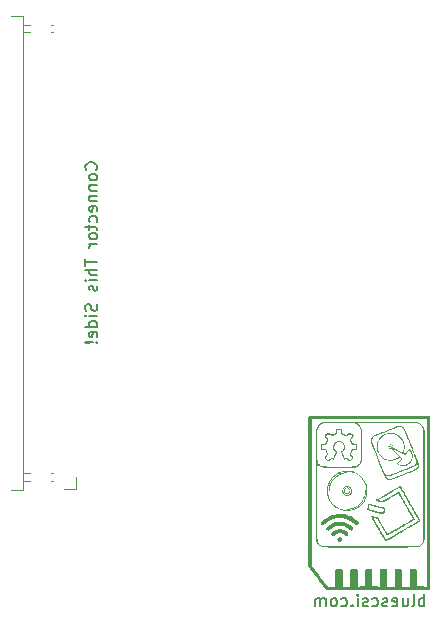
<source format=gbr>
%TF.GenerationSoftware,KiCad,Pcbnew,8.0.4-8.0.4-0~ubuntu22.04.1*%
%TF.CreationDate,2024-07-18T12:57:02-06:00*%
%TF.ProjectId,PowerBook,506f7765-7242-46f6-9f6b-2e6b69636164,rev?*%
%TF.SameCoordinates,Original*%
%TF.FileFunction,Legend,Bot*%
%TF.FilePolarity,Positive*%
%FSLAX46Y46*%
G04 Gerber Fmt 4.6, Leading zero omitted, Abs format (unit mm)*
G04 Created by KiCad (PCBNEW 8.0.4-8.0.4-0~ubuntu22.04.1) date 2024-07-18 12:57:02*
%MOMM*%
%LPD*%
G01*
G04 APERTURE LIST*
%ADD10C,0.150000*%
%ADD11C,0.000000*%
%ADD12C,0.120000*%
G04 APERTURE END LIST*
D10*
X135619241Y-123719219D02*
X135619241Y-122719219D01*
X135619241Y-123100171D02*
X135524003Y-123052552D01*
X135524003Y-123052552D02*
X135333527Y-123052552D01*
X135333527Y-123052552D02*
X135238289Y-123100171D01*
X135238289Y-123100171D02*
X135190670Y-123147790D01*
X135190670Y-123147790D02*
X135143051Y-123243028D01*
X135143051Y-123243028D02*
X135143051Y-123528742D01*
X135143051Y-123528742D02*
X135190670Y-123623980D01*
X135190670Y-123623980D02*
X135238289Y-123671600D01*
X135238289Y-123671600D02*
X135333527Y-123719219D01*
X135333527Y-123719219D02*
X135524003Y-123719219D01*
X135524003Y-123719219D02*
X135619241Y-123671600D01*
X134571622Y-123719219D02*
X134666860Y-123671600D01*
X134666860Y-123671600D02*
X134714479Y-123576361D01*
X134714479Y-123576361D02*
X134714479Y-122719219D01*
X133762098Y-123052552D02*
X133762098Y-123719219D01*
X134190669Y-123052552D02*
X134190669Y-123576361D01*
X134190669Y-123576361D02*
X134143050Y-123671600D01*
X134143050Y-123671600D02*
X134047812Y-123719219D01*
X134047812Y-123719219D02*
X133904955Y-123719219D01*
X133904955Y-123719219D02*
X133809717Y-123671600D01*
X133809717Y-123671600D02*
X133762098Y-123623980D01*
X132904955Y-123671600D02*
X133000193Y-123719219D01*
X133000193Y-123719219D02*
X133190669Y-123719219D01*
X133190669Y-123719219D02*
X133285907Y-123671600D01*
X133285907Y-123671600D02*
X133333526Y-123576361D01*
X133333526Y-123576361D02*
X133333526Y-123195409D01*
X133333526Y-123195409D02*
X133285907Y-123100171D01*
X133285907Y-123100171D02*
X133190669Y-123052552D01*
X133190669Y-123052552D02*
X133000193Y-123052552D01*
X133000193Y-123052552D02*
X132904955Y-123100171D01*
X132904955Y-123100171D02*
X132857336Y-123195409D01*
X132857336Y-123195409D02*
X132857336Y-123290647D01*
X132857336Y-123290647D02*
X133333526Y-123385885D01*
X132476383Y-123671600D02*
X132381145Y-123719219D01*
X132381145Y-123719219D02*
X132190669Y-123719219D01*
X132190669Y-123719219D02*
X132095431Y-123671600D01*
X132095431Y-123671600D02*
X132047812Y-123576361D01*
X132047812Y-123576361D02*
X132047812Y-123528742D01*
X132047812Y-123528742D02*
X132095431Y-123433504D01*
X132095431Y-123433504D02*
X132190669Y-123385885D01*
X132190669Y-123385885D02*
X132333526Y-123385885D01*
X132333526Y-123385885D02*
X132428764Y-123338266D01*
X132428764Y-123338266D02*
X132476383Y-123243028D01*
X132476383Y-123243028D02*
X132476383Y-123195409D01*
X132476383Y-123195409D02*
X132428764Y-123100171D01*
X132428764Y-123100171D02*
X132333526Y-123052552D01*
X132333526Y-123052552D02*
X132190669Y-123052552D01*
X132190669Y-123052552D02*
X132095431Y-123100171D01*
X131190669Y-123671600D02*
X131285907Y-123719219D01*
X131285907Y-123719219D02*
X131476383Y-123719219D01*
X131476383Y-123719219D02*
X131571621Y-123671600D01*
X131571621Y-123671600D02*
X131619240Y-123623980D01*
X131619240Y-123623980D02*
X131666859Y-123528742D01*
X131666859Y-123528742D02*
X131666859Y-123243028D01*
X131666859Y-123243028D02*
X131619240Y-123147790D01*
X131619240Y-123147790D02*
X131571621Y-123100171D01*
X131571621Y-123100171D02*
X131476383Y-123052552D01*
X131476383Y-123052552D02*
X131285907Y-123052552D01*
X131285907Y-123052552D02*
X131190669Y-123100171D01*
X130809716Y-123671600D02*
X130714478Y-123719219D01*
X130714478Y-123719219D02*
X130524002Y-123719219D01*
X130524002Y-123719219D02*
X130428764Y-123671600D01*
X130428764Y-123671600D02*
X130381145Y-123576361D01*
X130381145Y-123576361D02*
X130381145Y-123528742D01*
X130381145Y-123528742D02*
X130428764Y-123433504D01*
X130428764Y-123433504D02*
X130524002Y-123385885D01*
X130524002Y-123385885D02*
X130666859Y-123385885D01*
X130666859Y-123385885D02*
X130762097Y-123338266D01*
X130762097Y-123338266D02*
X130809716Y-123243028D01*
X130809716Y-123243028D02*
X130809716Y-123195409D01*
X130809716Y-123195409D02*
X130762097Y-123100171D01*
X130762097Y-123100171D02*
X130666859Y-123052552D01*
X130666859Y-123052552D02*
X130524002Y-123052552D01*
X130524002Y-123052552D02*
X130428764Y-123100171D01*
X129952573Y-123719219D02*
X129952573Y-123052552D01*
X129952573Y-122719219D02*
X130000192Y-122766838D01*
X130000192Y-122766838D02*
X129952573Y-122814457D01*
X129952573Y-122814457D02*
X129904954Y-122766838D01*
X129904954Y-122766838D02*
X129952573Y-122719219D01*
X129952573Y-122719219D02*
X129952573Y-122814457D01*
X129476383Y-123623980D02*
X129428764Y-123671600D01*
X129428764Y-123671600D02*
X129476383Y-123719219D01*
X129476383Y-123719219D02*
X129524002Y-123671600D01*
X129524002Y-123671600D02*
X129476383Y-123623980D01*
X129476383Y-123623980D02*
X129476383Y-123719219D01*
X128571622Y-123671600D02*
X128666860Y-123719219D01*
X128666860Y-123719219D02*
X128857336Y-123719219D01*
X128857336Y-123719219D02*
X128952574Y-123671600D01*
X128952574Y-123671600D02*
X129000193Y-123623980D01*
X129000193Y-123623980D02*
X129047812Y-123528742D01*
X129047812Y-123528742D02*
X129047812Y-123243028D01*
X129047812Y-123243028D02*
X129000193Y-123147790D01*
X129000193Y-123147790D02*
X128952574Y-123100171D01*
X128952574Y-123100171D02*
X128857336Y-123052552D01*
X128857336Y-123052552D02*
X128666860Y-123052552D01*
X128666860Y-123052552D02*
X128571622Y-123100171D01*
X128000193Y-123719219D02*
X128095431Y-123671600D01*
X128095431Y-123671600D02*
X128143050Y-123623980D01*
X128143050Y-123623980D02*
X128190669Y-123528742D01*
X128190669Y-123528742D02*
X128190669Y-123243028D01*
X128190669Y-123243028D02*
X128143050Y-123147790D01*
X128143050Y-123147790D02*
X128095431Y-123100171D01*
X128095431Y-123100171D02*
X128000193Y-123052552D01*
X128000193Y-123052552D02*
X127857336Y-123052552D01*
X127857336Y-123052552D02*
X127762098Y-123100171D01*
X127762098Y-123100171D02*
X127714479Y-123147790D01*
X127714479Y-123147790D02*
X127666860Y-123243028D01*
X127666860Y-123243028D02*
X127666860Y-123528742D01*
X127666860Y-123528742D02*
X127714479Y-123623980D01*
X127714479Y-123623980D02*
X127762098Y-123671600D01*
X127762098Y-123671600D02*
X127857336Y-123719219D01*
X127857336Y-123719219D02*
X128000193Y-123719219D01*
X127238288Y-123719219D02*
X127238288Y-123052552D01*
X127238288Y-123147790D02*
X127190669Y-123100171D01*
X127190669Y-123100171D02*
X127095431Y-123052552D01*
X127095431Y-123052552D02*
X126952574Y-123052552D01*
X126952574Y-123052552D02*
X126857336Y-123100171D01*
X126857336Y-123100171D02*
X126809717Y-123195409D01*
X126809717Y-123195409D02*
X126809717Y-123719219D01*
X126809717Y-123195409D02*
X126762098Y-123100171D01*
X126762098Y-123100171D02*
X126666860Y-123052552D01*
X126666860Y-123052552D02*
X126524003Y-123052552D01*
X126524003Y-123052552D02*
X126428764Y-123100171D01*
X126428764Y-123100171D02*
X126381145Y-123195409D01*
X126381145Y-123195409D02*
X126381145Y-123719219D01*
X107801580Y-86752989D02*
X107849200Y-86705370D01*
X107849200Y-86705370D02*
X107896819Y-86562513D01*
X107896819Y-86562513D02*
X107896819Y-86467275D01*
X107896819Y-86467275D02*
X107849200Y-86324418D01*
X107849200Y-86324418D02*
X107753961Y-86229180D01*
X107753961Y-86229180D02*
X107658723Y-86181561D01*
X107658723Y-86181561D02*
X107468247Y-86133942D01*
X107468247Y-86133942D02*
X107325390Y-86133942D01*
X107325390Y-86133942D02*
X107134914Y-86181561D01*
X107134914Y-86181561D02*
X107039676Y-86229180D01*
X107039676Y-86229180D02*
X106944438Y-86324418D01*
X106944438Y-86324418D02*
X106896819Y-86467275D01*
X106896819Y-86467275D02*
X106896819Y-86562513D01*
X106896819Y-86562513D02*
X106944438Y-86705370D01*
X106944438Y-86705370D02*
X106992057Y-86752989D01*
X107896819Y-87324418D02*
X107849200Y-87229180D01*
X107849200Y-87229180D02*
X107801580Y-87181561D01*
X107801580Y-87181561D02*
X107706342Y-87133942D01*
X107706342Y-87133942D02*
X107420628Y-87133942D01*
X107420628Y-87133942D02*
X107325390Y-87181561D01*
X107325390Y-87181561D02*
X107277771Y-87229180D01*
X107277771Y-87229180D02*
X107230152Y-87324418D01*
X107230152Y-87324418D02*
X107230152Y-87467275D01*
X107230152Y-87467275D02*
X107277771Y-87562513D01*
X107277771Y-87562513D02*
X107325390Y-87610132D01*
X107325390Y-87610132D02*
X107420628Y-87657751D01*
X107420628Y-87657751D02*
X107706342Y-87657751D01*
X107706342Y-87657751D02*
X107801580Y-87610132D01*
X107801580Y-87610132D02*
X107849200Y-87562513D01*
X107849200Y-87562513D02*
X107896819Y-87467275D01*
X107896819Y-87467275D02*
X107896819Y-87324418D01*
X107230152Y-88086323D02*
X107896819Y-88086323D01*
X107325390Y-88086323D02*
X107277771Y-88133942D01*
X107277771Y-88133942D02*
X107230152Y-88229180D01*
X107230152Y-88229180D02*
X107230152Y-88372037D01*
X107230152Y-88372037D02*
X107277771Y-88467275D01*
X107277771Y-88467275D02*
X107373009Y-88514894D01*
X107373009Y-88514894D02*
X107896819Y-88514894D01*
X107230152Y-88991085D02*
X107896819Y-88991085D01*
X107325390Y-88991085D02*
X107277771Y-89038704D01*
X107277771Y-89038704D02*
X107230152Y-89133942D01*
X107230152Y-89133942D02*
X107230152Y-89276799D01*
X107230152Y-89276799D02*
X107277771Y-89372037D01*
X107277771Y-89372037D02*
X107373009Y-89419656D01*
X107373009Y-89419656D02*
X107896819Y-89419656D01*
X107849200Y-90276799D02*
X107896819Y-90181561D01*
X107896819Y-90181561D02*
X107896819Y-89991085D01*
X107896819Y-89991085D02*
X107849200Y-89895847D01*
X107849200Y-89895847D02*
X107753961Y-89848228D01*
X107753961Y-89848228D02*
X107373009Y-89848228D01*
X107373009Y-89848228D02*
X107277771Y-89895847D01*
X107277771Y-89895847D02*
X107230152Y-89991085D01*
X107230152Y-89991085D02*
X107230152Y-90181561D01*
X107230152Y-90181561D02*
X107277771Y-90276799D01*
X107277771Y-90276799D02*
X107373009Y-90324418D01*
X107373009Y-90324418D02*
X107468247Y-90324418D01*
X107468247Y-90324418D02*
X107563485Y-89848228D01*
X107849200Y-91181561D02*
X107896819Y-91086323D01*
X107896819Y-91086323D02*
X107896819Y-90895847D01*
X107896819Y-90895847D02*
X107849200Y-90800609D01*
X107849200Y-90800609D02*
X107801580Y-90752990D01*
X107801580Y-90752990D02*
X107706342Y-90705371D01*
X107706342Y-90705371D02*
X107420628Y-90705371D01*
X107420628Y-90705371D02*
X107325390Y-90752990D01*
X107325390Y-90752990D02*
X107277771Y-90800609D01*
X107277771Y-90800609D02*
X107230152Y-90895847D01*
X107230152Y-90895847D02*
X107230152Y-91086323D01*
X107230152Y-91086323D02*
X107277771Y-91181561D01*
X107230152Y-91467276D02*
X107230152Y-91848228D01*
X106896819Y-91610133D02*
X107753961Y-91610133D01*
X107753961Y-91610133D02*
X107849200Y-91657752D01*
X107849200Y-91657752D02*
X107896819Y-91752990D01*
X107896819Y-91752990D02*
X107896819Y-91848228D01*
X107896819Y-92324419D02*
X107849200Y-92229181D01*
X107849200Y-92229181D02*
X107801580Y-92181562D01*
X107801580Y-92181562D02*
X107706342Y-92133943D01*
X107706342Y-92133943D02*
X107420628Y-92133943D01*
X107420628Y-92133943D02*
X107325390Y-92181562D01*
X107325390Y-92181562D02*
X107277771Y-92229181D01*
X107277771Y-92229181D02*
X107230152Y-92324419D01*
X107230152Y-92324419D02*
X107230152Y-92467276D01*
X107230152Y-92467276D02*
X107277771Y-92562514D01*
X107277771Y-92562514D02*
X107325390Y-92610133D01*
X107325390Y-92610133D02*
X107420628Y-92657752D01*
X107420628Y-92657752D02*
X107706342Y-92657752D01*
X107706342Y-92657752D02*
X107801580Y-92610133D01*
X107801580Y-92610133D02*
X107849200Y-92562514D01*
X107849200Y-92562514D02*
X107896819Y-92467276D01*
X107896819Y-92467276D02*
X107896819Y-92324419D01*
X107896819Y-93086324D02*
X107230152Y-93086324D01*
X107420628Y-93086324D02*
X107325390Y-93133943D01*
X107325390Y-93133943D02*
X107277771Y-93181562D01*
X107277771Y-93181562D02*
X107230152Y-93276800D01*
X107230152Y-93276800D02*
X107230152Y-93372038D01*
X106896819Y-94324420D02*
X106896819Y-94895848D01*
X107896819Y-94610134D02*
X106896819Y-94610134D01*
X107896819Y-95229182D02*
X106896819Y-95229182D01*
X107896819Y-95657753D02*
X107373009Y-95657753D01*
X107373009Y-95657753D02*
X107277771Y-95610134D01*
X107277771Y-95610134D02*
X107230152Y-95514896D01*
X107230152Y-95514896D02*
X107230152Y-95372039D01*
X107230152Y-95372039D02*
X107277771Y-95276801D01*
X107277771Y-95276801D02*
X107325390Y-95229182D01*
X107896819Y-96133944D02*
X107230152Y-96133944D01*
X106896819Y-96133944D02*
X106944438Y-96086325D01*
X106944438Y-96086325D02*
X106992057Y-96133944D01*
X106992057Y-96133944D02*
X106944438Y-96181563D01*
X106944438Y-96181563D02*
X106896819Y-96133944D01*
X106896819Y-96133944D02*
X106992057Y-96133944D01*
X107849200Y-96562515D02*
X107896819Y-96657753D01*
X107896819Y-96657753D02*
X107896819Y-96848229D01*
X107896819Y-96848229D02*
X107849200Y-96943467D01*
X107849200Y-96943467D02*
X107753961Y-96991086D01*
X107753961Y-96991086D02*
X107706342Y-96991086D01*
X107706342Y-96991086D02*
X107611104Y-96943467D01*
X107611104Y-96943467D02*
X107563485Y-96848229D01*
X107563485Y-96848229D02*
X107563485Y-96705372D01*
X107563485Y-96705372D02*
X107515866Y-96610134D01*
X107515866Y-96610134D02*
X107420628Y-96562515D01*
X107420628Y-96562515D02*
X107373009Y-96562515D01*
X107373009Y-96562515D02*
X107277771Y-96610134D01*
X107277771Y-96610134D02*
X107230152Y-96705372D01*
X107230152Y-96705372D02*
X107230152Y-96848229D01*
X107230152Y-96848229D02*
X107277771Y-96943467D01*
X107849200Y-98133944D02*
X107896819Y-98276801D01*
X107896819Y-98276801D02*
X107896819Y-98514896D01*
X107896819Y-98514896D02*
X107849200Y-98610134D01*
X107849200Y-98610134D02*
X107801580Y-98657753D01*
X107801580Y-98657753D02*
X107706342Y-98705372D01*
X107706342Y-98705372D02*
X107611104Y-98705372D01*
X107611104Y-98705372D02*
X107515866Y-98657753D01*
X107515866Y-98657753D02*
X107468247Y-98610134D01*
X107468247Y-98610134D02*
X107420628Y-98514896D01*
X107420628Y-98514896D02*
X107373009Y-98324420D01*
X107373009Y-98324420D02*
X107325390Y-98229182D01*
X107325390Y-98229182D02*
X107277771Y-98181563D01*
X107277771Y-98181563D02*
X107182533Y-98133944D01*
X107182533Y-98133944D02*
X107087295Y-98133944D01*
X107087295Y-98133944D02*
X106992057Y-98181563D01*
X106992057Y-98181563D02*
X106944438Y-98229182D01*
X106944438Y-98229182D02*
X106896819Y-98324420D01*
X106896819Y-98324420D02*
X106896819Y-98562515D01*
X106896819Y-98562515D02*
X106944438Y-98705372D01*
X107896819Y-99133944D02*
X107230152Y-99133944D01*
X106896819Y-99133944D02*
X106944438Y-99086325D01*
X106944438Y-99086325D02*
X106992057Y-99133944D01*
X106992057Y-99133944D02*
X106944438Y-99181563D01*
X106944438Y-99181563D02*
X106896819Y-99133944D01*
X106896819Y-99133944D02*
X106992057Y-99133944D01*
X107896819Y-100038705D02*
X106896819Y-100038705D01*
X107849200Y-100038705D02*
X107896819Y-99943467D01*
X107896819Y-99943467D02*
X107896819Y-99752991D01*
X107896819Y-99752991D02*
X107849200Y-99657753D01*
X107849200Y-99657753D02*
X107801580Y-99610134D01*
X107801580Y-99610134D02*
X107706342Y-99562515D01*
X107706342Y-99562515D02*
X107420628Y-99562515D01*
X107420628Y-99562515D02*
X107325390Y-99610134D01*
X107325390Y-99610134D02*
X107277771Y-99657753D01*
X107277771Y-99657753D02*
X107230152Y-99752991D01*
X107230152Y-99752991D02*
X107230152Y-99943467D01*
X107230152Y-99943467D02*
X107277771Y-100038705D01*
X107849200Y-100895848D02*
X107896819Y-100800610D01*
X107896819Y-100800610D02*
X107896819Y-100610134D01*
X107896819Y-100610134D02*
X107849200Y-100514896D01*
X107849200Y-100514896D02*
X107753961Y-100467277D01*
X107753961Y-100467277D02*
X107373009Y-100467277D01*
X107373009Y-100467277D02*
X107277771Y-100514896D01*
X107277771Y-100514896D02*
X107230152Y-100610134D01*
X107230152Y-100610134D02*
X107230152Y-100800610D01*
X107230152Y-100800610D02*
X107277771Y-100895848D01*
X107277771Y-100895848D02*
X107373009Y-100943467D01*
X107373009Y-100943467D02*
X107468247Y-100943467D01*
X107468247Y-100943467D02*
X107563485Y-100467277D01*
X107801580Y-101372039D02*
X107849200Y-101419658D01*
X107849200Y-101419658D02*
X107896819Y-101372039D01*
X107896819Y-101372039D02*
X107849200Y-101324420D01*
X107849200Y-101324420D02*
X107801580Y-101372039D01*
X107801580Y-101372039D02*
X107896819Y-101372039D01*
X107515866Y-101372039D02*
X106944438Y-101324420D01*
X106944438Y-101324420D02*
X106896819Y-101372039D01*
X106896819Y-101372039D02*
X106944438Y-101419658D01*
X106944438Y-101419658D02*
X107515866Y-101372039D01*
X107515866Y-101372039D02*
X106896819Y-101372039D01*
D11*
%TO.C,G\u002A\u002A\u002A*%
G36*
X128506937Y-117872863D02*
G01*
X128555188Y-117890671D01*
X128595902Y-117919420D01*
X128627752Y-117957863D01*
X128649413Y-118004753D01*
X128659559Y-118058842D01*
X128658897Y-118096435D01*
X128646995Y-118146786D01*
X128623353Y-118191331D01*
X128589275Y-118228372D01*
X128546064Y-118256212D01*
X128495022Y-118273154D01*
X128479517Y-118275524D01*
X128430366Y-118274501D01*
X128381805Y-118261973D01*
X128337651Y-118239234D01*
X128301725Y-118207581D01*
X128281070Y-118179341D01*
X128259804Y-118133320D01*
X128250634Y-118085887D01*
X128252737Y-118038862D01*
X128265288Y-117994066D01*
X128287462Y-117953318D01*
X128318435Y-117918438D01*
X128357382Y-117891248D01*
X128403479Y-117873566D01*
X128455902Y-117867214D01*
X128506937Y-117872863D01*
G37*
G36*
X128514193Y-117178798D02*
G01*
X128622444Y-117192410D01*
X128729279Y-117218746D01*
X128832849Y-117257117D01*
X128931306Y-117306836D01*
X129022801Y-117367212D01*
X129105485Y-117437558D01*
X129107393Y-117439407D01*
X129135091Y-117467869D01*
X129153424Y-117491769D01*
X129164236Y-117514991D01*
X129169372Y-117541421D01*
X129170674Y-117574944D01*
X129170607Y-117581168D01*
X129164263Y-117629740D01*
X129147165Y-117669330D01*
X129118713Y-117700915D01*
X129078308Y-117725471D01*
X129072853Y-117727784D01*
X129035448Y-117736769D01*
X128993222Y-117737758D01*
X128952300Y-117730506D01*
X128949042Y-117729380D01*
X128928449Y-117718637D01*
X128902910Y-117701184D01*
X128876642Y-117679846D01*
X128858806Y-117664330D01*
X128809873Y-117625424D01*
X128762485Y-117594352D01*
X128712694Y-117569010D01*
X128656555Y-117547296D01*
X128590121Y-117527103D01*
X128570591Y-117522953D01*
X128531683Y-117518403D01*
X128485588Y-117516029D01*
X128436479Y-117515818D01*
X128388527Y-117517755D01*
X128345906Y-117521828D01*
X128312787Y-117528022D01*
X128271470Y-117540495D01*
X128181522Y-117577629D01*
X128098119Y-117626176D01*
X128023538Y-117684899D01*
X128002533Y-117702618D01*
X127965803Y-117725169D01*
X127927958Y-117736348D01*
X127885363Y-117737539D01*
X127873460Y-117736312D01*
X127827319Y-117723635D01*
X127789086Y-117699915D01*
X127760086Y-117666567D01*
X127741639Y-117625006D01*
X127735069Y-117576648D01*
X127737566Y-117541957D01*
X127749106Y-117503115D01*
X127771426Y-117467061D01*
X127806048Y-117430663D01*
X127868612Y-117378114D01*
X127965089Y-117312427D01*
X128067895Y-117259422D01*
X128176578Y-117219288D01*
X128290684Y-117192215D01*
X128409758Y-117178393D01*
X128514193Y-117178798D01*
G37*
G36*
X130650078Y-113912062D02*
G01*
X130650397Y-113912382D01*
X130656839Y-113920117D01*
X130660679Y-113929558D01*
X130662278Y-113943829D01*
X130662001Y-113966057D01*
X130660208Y-113999366D01*
X130655263Y-114064644D01*
X130638997Y-114193059D01*
X130613946Y-114314832D01*
X130579272Y-114433642D01*
X130534138Y-114553171D01*
X130519054Y-114588023D01*
X130453932Y-114717173D01*
X130377337Y-114840002D01*
X130290257Y-114955485D01*
X130193678Y-115062594D01*
X130088589Y-115160305D01*
X129975977Y-115247590D01*
X129856828Y-115323424D01*
X129732131Y-115386780D01*
X129650007Y-115421139D01*
X129568124Y-115450248D01*
X129484521Y-115474391D01*
X129396093Y-115494363D01*
X129299733Y-115510958D01*
X129192338Y-115524973D01*
X129190759Y-115525141D01*
X129171793Y-115526459D01*
X129144597Y-115527652D01*
X129114504Y-115528478D01*
X129105323Y-115528571D01*
X129070837Y-115526570D01*
X129048186Y-115520025D01*
X129035768Y-115508197D01*
X129031984Y-115490348D01*
X129032064Y-115487279D01*
X129035619Y-115473521D01*
X129045825Y-115463509D01*
X129064580Y-115456470D01*
X129093781Y-115451630D01*
X129135323Y-115448217D01*
X129222341Y-115441090D01*
X129347572Y-115423412D01*
X129466698Y-115396761D01*
X129583343Y-115360274D01*
X129701127Y-115313084D01*
X129810876Y-115258258D01*
X129926167Y-115186066D01*
X130034784Y-115102480D01*
X130135912Y-115008500D01*
X130228739Y-114905127D01*
X130312450Y-114793359D01*
X130386232Y-114674198D01*
X130449271Y-114548643D01*
X130500753Y-114417694D01*
X130539865Y-114282352D01*
X130550964Y-114233303D01*
X130560675Y-114182769D01*
X130568007Y-114132910D01*
X130573678Y-114078752D01*
X130578407Y-114015317D01*
X130579782Y-113994702D01*
X130582377Y-113962300D01*
X130585166Y-113940252D01*
X130588682Y-113925954D01*
X130593463Y-113916802D01*
X130600043Y-113910196D01*
X130616001Y-113900128D01*
X130632701Y-113899597D01*
X130650078Y-113912062D01*
G37*
G36*
X129074499Y-112368246D02*
G01*
X129084745Y-112371083D01*
X129093182Y-112375677D01*
X129096626Y-112378058D01*
X129107619Y-112391106D01*
X129109016Y-112410055D01*
X129108794Y-112412014D01*
X129102219Y-112430040D01*
X129086921Y-112441958D01*
X129061221Y-112448563D01*
X129023440Y-112450653D01*
X129012044Y-112450824D01*
X128962778Y-112453834D01*
X128905046Y-112460149D01*
X128842940Y-112469191D01*
X128780550Y-112480385D01*
X128721967Y-112493154D01*
X128695929Y-112499693D01*
X128559396Y-112542488D01*
X128429251Y-112597823D01*
X128305985Y-112665294D01*
X128190088Y-112744498D01*
X128082048Y-112835032D01*
X127982355Y-112936493D01*
X127891501Y-113048479D01*
X127809973Y-113170587D01*
X127738262Y-113302413D01*
X127721467Y-113337858D01*
X127664937Y-113477296D01*
X127622380Y-113619391D01*
X127593722Y-113764431D01*
X127578885Y-113912706D01*
X127577611Y-113933899D01*
X127574043Y-113973691D01*
X127569654Y-114000726D01*
X127564549Y-114014263D01*
X127558161Y-114019969D01*
X127539161Y-114025795D01*
X127518880Y-114021894D01*
X127503161Y-114008787D01*
X127500405Y-114004016D01*
X127497071Y-113994353D01*
X127495384Y-113980582D01*
X127495266Y-113960182D01*
X127496636Y-113930633D01*
X127499417Y-113889413D01*
X127502835Y-113846854D01*
X127513516Y-113752159D01*
X127528396Y-113664561D01*
X127548386Y-113579214D01*
X127574400Y-113491274D01*
X127593682Y-113434671D01*
X127652157Y-113291757D01*
X127722057Y-113157241D01*
X127803655Y-113030682D01*
X127897223Y-112911641D01*
X128003036Y-112799676D01*
X128041874Y-112763019D01*
X128123405Y-112693113D01*
X128206464Y-112632209D01*
X128295293Y-112577333D01*
X128394133Y-112525511D01*
X128417702Y-112514229D01*
X128522503Y-112469289D01*
X128627165Y-112433491D01*
X128734995Y-112405960D01*
X128849300Y-112385820D01*
X128973389Y-112372197D01*
X129007155Y-112369532D01*
X129038280Y-112367546D01*
X129059869Y-112367092D01*
X129074499Y-112368246D01*
G37*
G36*
X128583167Y-116565567D02*
G01*
X128731111Y-116584197D01*
X128874984Y-116616484D01*
X129014749Y-116662417D01*
X129150370Y-116721986D01*
X129281808Y-116795180D01*
X129332056Y-116827943D01*
X129383423Y-116864601D01*
X129433190Y-116903035D01*
X129479595Y-116941712D01*
X129520874Y-116979104D01*
X129555264Y-117013678D01*
X129581004Y-117043905D01*
X129596329Y-117068253D01*
X129606173Y-117095849D01*
X129611437Y-117141502D01*
X129603918Y-117185840D01*
X129584427Y-117226714D01*
X129553776Y-117261973D01*
X129512777Y-117289470D01*
X129487035Y-117298661D01*
X129448036Y-117303804D01*
X129408699Y-117301063D01*
X129375104Y-117290398D01*
X129365317Y-117284499D01*
X129343888Y-117268988D01*
X129318122Y-117248273D01*
X129291648Y-117225188D01*
X129189435Y-117140691D01*
X129079118Y-117066831D01*
X128963679Y-117006224D01*
X128843317Y-116958948D01*
X128718235Y-116925083D01*
X128588633Y-116904706D01*
X128454711Y-116897896D01*
X128380800Y-116899934D01*
X128249243Y-116914176D01*
X128121731Y-116942063D01*
X127998029Y-116983650D01*
X127877905Y-117038996D01*
X127867962Y-117044313D01*
X127830530Y-117065617D01*
X127791036Y-117089742D01*
X127752396Y-117114762D01*
X127717526Y-117138748D01*
X127689342Y-117159773D01*
X127670761Y-117175909D01*
X127661666Y-117184792D01*
X127639169Y-117205075D01*
X127612526Y-117227632D01*
X127584688Y-117250104D01*
X127558608Y-117270136D01*
X127537239Y-117285369D01*
X127523533Y-117293447D01*
X127508720Y-117298710D01*
X127464929Y-117304819D01*
X127420934Y-117298507D01*
X127379364Y-117280760D01*
X127342845Y-117252561D01*
X127314005Y-117214897D01*
X127311301Y-117209720D01*
X127301424Y-117177748D01*
X127297685Y-117139735D01*
X127300267Y-117101453D01*
X127309353Y-117068670D01*
X127313354Y-117060972D01*
X127331650Y-117035835D01*
X127359764Y-117005105D01*
X127396063Y-116970234D01*
X127438916Y-116932676D01*
X127486689Y-116893884D01*
X127537750Y-116855311D01*
X127590468Y-116818411D01*
X127616436Y-116801363D01*
X127742723Y-116728693D01*
X127875052Y-116668759D01*
X128012743Y-116621765D01*
X128155111Y-116587917D01*
X128301473Y-116567420D01*
X128451148Y-116560477D01*
X128583167Y-116565567D01*
G37*
G36*
X129352552Y-113972530D02*
G01*
X129339569Y-114029150D01*
X129314406Y-114083306D01*
X129276717Y-114133172D01*
X129244877Y-114162407D01*
X129191886Y-114195025D01*
X129131759Y-114215413D01*
X129126886Y-114216491D01*
X129097720Y-114222197D01*
X129075082Y-114224271D01*
X129052636Y-114222876D01*
X129024048Y-114218173D01*
X128995141Y-114211158D01*
X128938032Y-114187232D01*
X128886978Y-114152183D01*
X128844304Y-114107794D01*
X128812336Y-114055847D01*
X128805526Y-114040530D01*
X128799080Y-114021738D01*
X128795358Y-114001637D01*
X128793647Y-113975916D01*
X128793235Y-113940264D01*
X128871779Y-113940264D01*
X128872175Y-113964578D01*
X128874853Y-113988514D01*
X128881259Y-114008936D01*
X128892785Y-114031907D01*
X128922278Y-114073694D01*
X128959760Y-114107145D01*
X129002014Y-114128738D01*
X129014645Y-114132417D01*
X129057824Y-114138467D01*
X129103245Y-114137033D01*
X129143702Y-114128145D01*
X129155881Y-114122826D01*
X129181039Y-114108043D01*
X129204348Y-114090413D01*
X129214764Y-114080638D01*
X129246026Y-114040617D01*
X129265276Y-113996898D01*
X129273215Y-113951346D01*
X129270547Y-113905822D01*
X129257976Y-113862191D01*
X129236204Y-113822314D01*
X129205936Y-113788056D01*
X129167874Y-113761279D01*
X129122721Y-113743847D01*
X129071181Y-113737622D01*
X129060984Y-113737802D01*
X129011687Y-113745125D01*
X128968660Y-113764115D01*
X128928749Y-113796064D01*
X128914657Y-113811136D01*
X128890046Y-113848084D01*
X128876199Y-113889998D01*
X128871779Y-113940264D01*
X128793235Y-113940264D01*
X128793572Y-113905629D01*
X128795131Y-113880324D01*
X128798718Y-113860429D01*
X128805139Y-113841500D01*
X128815199Y-113819088D01*
X128820633Y-113808256D01*
X128855593Y-113756750D01*
X128900777Y-113713366D01*
X128953568Y-113680718D01*
X128972032Y-113672317D01*
X128991956Y-113665063D01*
X129011979Y-113660971D01*
X129036816Y-113659162D01*
X129071181Y-113658755D01*
X129100737Y-113659015D01*
X129126662Y-113660517D01*
X129147124Y-113664178D01*
X129166892Y-113670910D01*
X129190736Y-113681627D01*
X129194150Y-113683270D01*
X129246944Y-113716346D01*
X129289643Y-113757910D01*
X129321901Y-113806135D01*
X129343371Y-113859197D01*
X129353703Y-113915271D01*
X129352978Y-113951346D01*
X129352552Y-113972530D01*
G37*
G36*
X129490609Y-113981560D02*
G01*
X129477517Y-114049304D01*
X129453448Y-114114418D01*
X129418677Y-114175401D01*
X129373475Y-114230754D01*
X129318116Y-114278976D01*
X129252873Y-114318568D01*
X129230023Y-114328761D01*
X129195641Y-114341399D01*
X129164759Y-114350112D01*
X129105592Y-114358698D01*
X129030387Y-114357525D01*
X128957428Y-114343238D01*
X128888268Y-114316471D01*
X128824456Y-114277859D01*
X128767542Y-114228036D01*
X128719079Y-114167639D01*
X128705020Y-114144994D01*
X128673966Y-114077328D01*
X128655782Y-114005566D01*
X128652096Y-113952337D01*
X128733470Y-113952337D01*
X128742458Y-114018793D01*
X128763599Y-114083481D01*
X128764668Y-114085902D01*
X128790088Y-114128691D01*
X128825987Y-114170499D01*
X128868957Y-114208307D01*
X128915593Y-114239093D01*
X128962488Y-114259836D01*
X128980184Y-114265071D01*
X129049529Y-114277107D01*
X129116979Y-114275468D01*
X129181415Y-114260385D01*
X129241719Y-114232089D01*
X129296771Y-114190811D01*
X129306863Y-114181280D01*
X129352378Y-114128398D01*
X129384458Y-114071224D01*
X129403452Y-114008988D01*
X129409706Y-113940923D01*
X129404209Y-113874664D01*
X129386255Y-113811196D01*
X129355466Y-113753487D01*
X129311478Y-113700646D01*
X129262387Y-113658882D01*
X129203313Y-113625167D01*
X129139609Y-113604927D01*
X129071312Y-113598177D01*
X129041190Y-113600004D01*
X128991825Y-113608903D01*
X128943544Y-113623673D01*
X128902826Y-113642608D01*
X128874408Y-113662402D01*
X128839411Y-113693195D01*
X128806720Y-113727978D01*
X128781082Y-113762094D01*
X128778086Y-113766905D01*
X128751417Y-113823938D01*
X128736501Y-113886566D01*
X128733470Y-113952337D01*
X128652096Y-113952337D01*
X128650659Y-113931585D01*
X128658786Y-113857264D01*
X128680352Y-113784478D01*
X128688124Y-113766205D01*
X128725548Y-113700364D01*
X128773809Y-113642463D01*
X128831330Y-113593895D01*
X128896533Y-113556054D01*
X128967843Y-113530333D01*
X128980961Y-113527219D01*
X129011810Y-113522410D01*
X129047468Y-113520586D01*
X129092562Y-113521418D01*
X129143735Y-113525735D01*
X129207930Y-113539679D01*
X129266002Y-113563968D01*
X129320717Y-113599850D01*
X129374844Y-113648571D01*
X129381872Y-113655871D01*
X129427756Y-113714272D01*
X129461298Y-113777541D01*
X129482773Y-113844179D01*
X129492452Y-113912685D01*
X129491696Y-113940923D01*
X129490609Y-113981560D01*
G37*
G36*
X128557121Y-115905208D02*
G01*
X128624380Y-115907760D01*
X128683828Y-115911626D01*
X128732290Y-115916806D01*
X128871999Y-115940147D01*
X129046752Y-115981157D01*
X129214371Y-116034419D01*
X129375199Y-116100094D01*
X129529581Y-116178343D01*
X129677861Y-116269326D01*
X129820383Y-116373206D01*
X129957492Y-116490143D01*
X129984526Y-116515749D01*
X130009405Y-116540752D01*
X130029110Y-116562048D01*
X130040886Y-116576773D01*
X130048805Y-116590170D01*
X130064888Y-116634288D01*
X130068974Y-116680918D01*
X130061056Y-116726663D01*
X130041131Y-116768130D01*
X130031491Y-116781611D01*
X130007918Y-116807374D01*
X129980149Y-116826184D01*
X129943162Y-116841821D01*
X129909559Y-116850571D01*
X129875480Y-116851556D01*
X129841270Y-116843278D01*
X129805080Y-116825026D01*
X129765064Y-116796089D01*
X129719371Y-116755757D01*
X129711718Y-116748595D01*
X129590436Y-116645413D01*
X129460679Y-116553473D01*
X129323102Y-116473088D01*
X129178362Y-116404571D01*
X129027113Y-116348234D01*
X128870012Y-116304389D01*
X128707713Y-116273351D01*
X128687207Y-116270701D01*
X128638160Y-116266357D01*
X128580089Y-116263150D01*
X128516310Y-116261107D01*
X128450139Y-116260256D01*
X128384893Y-116260625D01*
X128323889Y-116262242D01*
X128270444Y-116265134D01*
X128227873Y-116269329D01*
X128142203Y-116282638D01*
X127980467Y-116317987D01*
X127825632Y-116365767D01*
X127677757Y-116425956D01*
X127536903Y-116498537D01*
X127474785Y-116535304D01*
X127397893Y-116584979D01*
X127326168Y-116636972D01*
X127255272Y-116694479D01*
X127180869Y-116760691D01*
X127180558Y-116760978D01*
X127148999Y-116789717D01*
X127124830Y-116810346D01*
X127105250Y-116824680D01*
X127087459Y-116834536D01*
X127068655Y-116841729D01*
X127046038Y-116848072D01*
X127042155Y-116849000D01*
X127000311Y-116851421D01*
X126958018Y-116841559D01*
X126918053Y-116820814D01*
X126883194Y-116790588D01*
X126856217Y-116752282D01*
X126852831Y-116745154D01*
X126842998Y-116709418D01*
X126840238Y-116668606D01*
X126844559Y-116628532D01*
X126855970Y-116595006D01*
X126869386Y-116574681D01*
X126895096Y-116544410D01*
X126929890Y-116508864D01*
X126972208Y-116469396D01*
X127020487Y-116427357D01*
X127073167Y-116384100D01*
X127128686Y-116340979D01*
X127185483Y-116299346D01*
X127241997Y-116260553D01*
X127335473Y-116202183D01*
X127488650Y-116120240D01*
X127648768Y-116050732D01*
X127815776Y-115993676D01*
X127989625Y-115949092D01*
X128170264Y-115916997D01*
X128214800Y-115912108D01*
X128273482Y-115908110D01*
X128340231Y-115905420D01*
X128411871Y-115904039D01*
X128485226Y-115903968D01*
X128557121Y-115905208D01*
G37*
G36*
X132296753Y-115526709D02*
G01*
X132285130Y-115572318D01*
X132271780Y-115623478D01*
X132257150Y-115678395D01*
X132244846Y-115723797D01*
X132228386Y-115783126D01*
X132214705Y-115830330D01*
X132203472Y-115866460D01*
X132194354Y-115892567D01*
X132187017Y-115909705D01*
X132181131Y-115918925D01*
X132164969Y-115930625D01*
X132146769Y-115935775D01*
X132143845Y-115935337D01*
X132128089Y-115931802D01*
X132100005Y-115924931D01*
X132060555Y-115914974D01*
X132010702Y-115902183D01*
X131951410Y-115886809D01*
X131883642Y-115869104D01*
X131808361Y-115849317D01*
X131726529Y-115827702D01*
X131639110Y-115804508D01*
X131547068Y-115779987D01*
X131451364Y-115754391D01*
X131338443Y-115724135D01*
X131237660Y-115697106D01*
X131149073Y-115673273D01*
X131071897Y-115652378D01*
X131005346Y-115634160D01*
X130948635Y-115618363D01*
X130900978Y-115604726D01*
X130861589Y-115592992D01*
X130829683Y-115582903D01*
X130804474Y-115574198D01*
X130785177Y-115566621D01*
X130771005Y-115559912D01*
X130761174Y-115553813D01*
X130754898Y-115548065D01*
X130751390Y-115542409D01*
X130749866Y-115536587D01*
X130749541Y-115530341D01*
X130749627Y-115523411D01*
X130750248Y-115518457D01*
X130754031Y-115500044D01*
X130759168Y-115477987D01*
X130881191Y-115477987D01*
X130885754Y-115479386D01*
X130903071Y-115484237D01*
X130932362Y-115492284D01*
X130972635Y-115503260D01*
X131022895Y-115516895D01*
X131082146Y-115532919D01*
X131149394Y-115551065D01*
X131223646Y-115571064D01*
X131303905Y-115592645D01*
X131389179Y-115615541D01*
X131478471Y-115639483D01*
X131548763Y-115658322D01*
X131635498Y-115681580D01*
X131717647Y-115703623D01*
X131794189Y-115724175D01*
X131864103Y-115742963D01*
X131926370Y-115759711D01*
X131979970Y-115774146D01*
X132023881Y-115785993D01*
X132057085Y-115794977D01*
X132078560Y-115800825D01*
X132087286Y-115803261D01*
X132088613Y-115803595D01*
X132093126Y-115802819D01*
X132097703Y-115797751D01*
X132102916Y-115786803D01*
X132109336Y-115768387D01*
X132117534Y-115740916D01*
X132128083Y-115702801D01*
X132141552Y-115652454D01*
X132147382Y-115630382D01*
X132158659Y-115587076D01*
X132168316Y-115549181D01*
X132175832Y-115518785D01*
X132180685Y-115497975D01*
X132182355Y-115488841D01*
X132181809Y-115487074D01*
X132172474Y-115479678D01*
X132155314Y-115473174D01*
X132152262Y-115472365D01*
X132135776Y-115467969D01*
X132107073Y-115460302D01*
X132067242Y-115449654D01*
X132017369Y-115436316D01*
X131958543Y-115420579D01*
X131891851Y-115402735D01*
X131818380Y-115383073D01*
X131739218Y-115361885D01*
X131655452Y-115339462D01*
X131568169Y-115316094D01*
X131529592Y-115305769D01*
X131443912Y-115282863D01*
X131362324Y-115261084D01*
X131285901Y-115240719D01*
X131215719Y-115222051D01*
X131152853Y-115205368D01*
X131098378Y-115190952D01*
X131053370Y-115179090D01*
X131018903Y-115170067D01*
X130996052Y-115164168D01*
X130985894Y-115161677D01*
X130973393Y-115159938D01*
X130964148Y-115163766D01*
X130958934Y-115177727D01*
X130958680Y-115178733D01*
X130954861Y-115193430D01*
X130948098Y-115219090D01*
X130939048Y-115253241D01*
X130928365Y-115293409D01*
X130916705Y-115337122D01*
X130914210Y-115346476D01*
X130903318Y-115387777D01*
X130894044Y-115423665D01*
X130886914Y-115452053D01*
X130882454Y-115470856D01*
X130881191Y-115477987D01*
X130759168Y-115477987D01*
X130760863Y-115470711D01*
X130770301Y-115432256D01*
X130781900Y-115386472D01*
X130795215Y-115335158D01*
X130809804Y-115280107D01*
X130815949Y-115257192D01*
X130831797Y-115198659D01*
X130844757Y-115151986D01*
X130855304Y-115115720D01*
X130863915Y-115088405D01*
X130871067Y-115068588D01*
X130877233Y-115054814D01*
X130882892Y-115045628D01*
X130888518Y-115039577D01*
X130889543Y-115038710D01*
X130905807Y-115027968D01*
X130919355Y-115023541D01*
X130921844Y-115023980D01*
X130936712Y-115027510D01*
X130963925Y-115034369D01*
X131002532Y-115044307D01*
X131051580Y-115057072D01*
X131110117Y-115072415D01*
X131177189Y-115090084D01*
X131251844Y-115109829D01*
X131333131Y-115131399D01*
X131420096Y-115154544D01*
X131511787Y-115179013D01*
X131607252Y-115204555D01*
X131694702Y-115227984D01*
X131799199Y-115256008D01*
X131891301Y-115280784D01*
X131971791Y-115302568D01*
X132041452Y-115321616D01*
X132101064Y-115338182D01*
X132151410Y-115352522D01*
X132193273Y-115364891D01*
X132227435Y-115375544D01*
X132254678Y-115384738D01*
X132275784Y-115392726D01*
X132291535Y-115399765D01*
X132302713Y-115406110D01*
X132310101Y-115412016D01*
X132314481Y-115417739D01*
X132316635Y-115423533D01*
X132317346Y-115429654D01*
X132317394Y-115436358D01*
X132316794Y-115441134D01*
X132313032Y-115459323D01*
X132306203Y-115488446D01*
X132306105Y-115488841D01*
X132296753Y-115526709D01*
G37*
G36*
X130776650Y-113972046D02*
G01*
X130774200Y-114042704D01*
X130770141Y-114110367D01*
X130764585Y-114171302D01*
X130757644Y-114221774D01*
X130757227Y-114224178D01*
X130723554Y-114376930D01*
X130676815Y-114524677D01*
X130617473Y-114666700D01*
X130545996Y-114802279D01*
X130462849Y-114930692D01*
X130368496Y-115051222D01*
X130263404Y-115163146D01*
X130148038Y-115265746D01*
X130022863Y-115358302D01*
X129915934Y-115424649D01*
X129778786Y-115494812D01*
X129635857Y-115552022D01*
X129487005Y-115596328D01*
X129332086Y-115627777D01*
X129170957Y-115646417D01*
X129159653Y-115647066D01*
X129123305Y-115647769D01*
X129077906Y-115647312D01*
X129027113Y-115645846D01*
X128974581Y-115643520D01*
X128923968Y-115640487D01*
X128878930Y-115636897D01*
X128843123Y-115632900D01*
X128840323Y-115632510D01*
X128685650Y-115603754D01*
X128535559Y-115561563D01*
X128390574Y-115506164D01*
X128251216Y-115437784D01*
X128118007Y-115356648D01*
X127991468Y-115262985D01*
X127897985Y-115181059D01*
X127792335Y-115071666D01*
X127697025Y-114953300D01*
X127612570Y-114826917D01*
X127539481Y-114693472D01*
X127478272Y-114553918D01*
X127429457Y-114409212D01*
X127393548Y-114260309D01*
X127371058Y-114108163D01*
X127370637Y-114103878D01*
X127367217Y-114051618D01*
X127365657Y-113989844D01*
X127365823Y-113933137D01*
X127447008Y-113933137D01*
X127447639Y-113991347D01*
X127454818Y-114117220D01*
X127470497Y-114235629D01*
X127495311Y-114349780D01*
X127529894Y-114462874D01*
X127574882Y-114578115D01*
X127631385Y-114696484D01*
X127707512Y-114826071D01*
X127794478Y-114947160D01*
X127891587Y-115059201D01*
X127998142Y-115161643D01*
X128113446Y-115253935D01*
X128236801Y-115335526D01*
X128367511Y-115405865D01*
X128504879Y-115464401D01*
X128648207Y-115510583D01*
X128796799Y-115543860D01*
X128803672Y-115545020D01*
X128849608Y-115550956D01*
X128905468Y-115555837D01*
X128967813Y-115559562D01*
X129033205Y-115562030D01*
X129098206Y-115563141D01*
X129159378Y-115562794D01*
X129213281Y-115560889D01*
X129256479Y-115557324D01*
X129275826Y-115554861D01*
X129411711Y-115530574D01*
X129547238Y-115494567D01*
X129679496Y-115447850D01*
X129805572Y-115391432D01*
X129922553Y-115326324D01*
X129945119Y-115312078D01*
X130068347Y-115224685D01*
X130182775Y-115126828D01*
X130287558Y-115019439D01*
X130381855Y-114903448D01*
X130464821Y-114779786D01*
X130535614Y-114649383D01*
X130589343Y-114525495D01*
X130637116Y-114382726D01*
X130671364Y-114237436D01*
X130692089Y-114090508D01*
X130699294Y-113942826D01*
X130692979Y-113795273D01*
X130673148Y-113648733D01*
X130639802Y-113504088D01*
X130592943Y-113362222D01*
X130532573Y-113224018D01*
X130501161Y-113162940D01*
X130437873Y-113054793D01*
X130368300Y-112955280D01*
X130289842Y-112860835D01*
X130199896Y-112767889D01*
X130120218Y-112695531D01*
X130000304Y-112602599D01*
X129873410Y-112522091D01*
X129739610Y-112454050D01*
X129598982Y-112398517D01*
X129451600Y-112355535D01*
X129358651Y-112335765D01*
X129210349Y-112315813D01*
X129061993Y-112309805D01*
X128914325Y-112317583D01*
X128768081Y-112338991D01*
X128624003Y-112373873D01*
X128482828Y-112422072D01*
X128345295Y-112483432D01*
X128212145Y-112557797D01*
X128084116Y-112645010D01*
X128083666Y-112645347D01*
X128046798Y-112674955D01*
X128003785Y-112712708D01*
X127957507Y-112755792D01*
X127910845Y-112801392D01*
X127866680Y-112846695D01*
X127827892Y-112888886D01*
X127797364Y-112925149D01*
X127734484Y-113010954D01*
X127658395Y-113133121D01*
X127592469Y-113261611D01*
X127538037Y-113393760D01*
X127496429Y-113526908D01*
X127490313Y-113550805D01*
X127473449Y-113625206D01*
X127461213Y-113696308D01*
X127453079Y-113768442D01*
X127448520Y-113845941D01*
X127447008Y-113933137D01*
X127365823Y-113933137D01*
X127365854Y-113922506D01*
X127367705Y-113853557D01*
X127371111Y-113786951D01*
X127375967Y-113726638D01*
X127382174Y-113676572D01*
X127392567Y-113617232D01*
X127428938Y-113466528D01*
X127478925Y-113319695D01*
X127542339Y-113177179D01*
X127618990Y-113039424D01*
X127708690Y-112906875D01*
X127736303Y-112872219D01*
X127773692Y-112829538D01*
X127817312Y-112782752D01*
X127864678Y-112734340D01*
X127913307Y-112686785D01*
X127960714Y-112642568D01*
X128004415Y-112604168D01*
X128041926Y-112574068D01*
X128092577Y-112537564D01*
X128225206Y-112454139D01*
X128364551Y-112383266D01*
X128510498Y-112324993D01*
X128662934Y-112279369D01*
X128821743Y-112246441D01*
X128838094Y-112244043D01*
X128888845Y-112238912D01*
X128949083Y-112235332D01*
X129015431Y-112233301D01*
X129084511Y-112232821D01*
X129152947Y-112233891D01*
X129217362Y-112236512D01*
X129274379Y-112240685D01*
X129320620Y-112246408D01*
X129394428Y-112259877D01*
X129549245Y-112297879D01*
X129696601Y-112347932D01*
X129836785Y-112410158D01*
X129970090Y-112484679D01*
X130096804Y-112571616D01*
X130117032Y-112587109D01*
X130235566Y-112688046D01*
X130343669Y-112798148D01*
X130440904Y-112916641D01*
X130526832Y-113042753D01*
X130601014Y-113175711D01*
X130663012Y-113314742D01*
X130712388Y-113459075D01*
X130748702Y-113607935D01*
X130771517Y-113760550D01*
X130773219Y-113779448D01*
X130776271Y-113836684D01*
X130777377Y-113902128D01*
X130776954Y-113942826D01*
X130776650Y-113972046D01*
G37*
G36*
X135068449Y-111461391D02*
G01*
X135082120Y-111496728D01*
X135093665Y-111526856D01*
X135103282Y-111552279D01*
X135111167Y-111573501D01*
X135117518Y-111591025D01*
X135122531Y-111605354D01*
X135126402Y-111616993D01*
X135129328Y-111626445D01*
X135131507Y-111634213D01*
X135133135Y-111640802D01*
X135134408Y-111646715D01*
X135135523Y-111652455D01*
X135136677Y-111658526D01*
X135137309Y-111661841D01*
X135146026Y-111741302D01*
X135144217Y-111772685D01*
X135141575Y-111818511D01*
X135123706Y-111895239D01*
X135092168Y-111973261D01*
X135082987Y-111991718D01*
X135066674Y-112020980D01*
X135049236Y-112046086D01*
X135027412Y-112071479D01*
X134997938Y-112101601D01*
X134989701Y-112109611D01*
X134954605Y-112141145D01*
X134921256Y-112167263D01*
X134893234Y-112185109D01*
X134889494Y-112186894D01*
X134872197Y-112194386D01*
X134842981Y-112206582D01*
X134802746Y-112223125D01*
X134752389Y-112243656D01*
X134692808Y-112267817D01*
X134624902Y-112295252D01*
X134549568Y-112325602D01*
X134467704Y-112358510D01*
X134380208Y-112393618D01*
X134287979Y-112430568D01*
X134191915Y-112469002D01*
X134092912Y-112508562D01*
X133991870Y-112548892D01*
X133889686Y-112589633D01*
X133787259Y-112630427D01*
X133685486Y-112670917D01*
X133585265Y-112710745D01*
X133487495Y-112749552D01*
X133393073Y-112786983D01*
X133302898Y-112822678D01*
X133217867Y-112856280D01*
X133138879Y-112887431D01*
X133066831Y-112915773D01*
X133002621Y-112940950D01*
X132947148Y-112962602D01*
X132901310Y-112980372D01*
X132866004Y-112993903D01*
X132842128Y-113002837D01*
X132830581Y-113006816D01*
X132822300Y-113008959D01*
X132792195Y-113015734D01*
X132762876Y-113021183D01*
X132743808Y-113023254D01*
X132703229Y-113024092D01*
X132657690Y-113021777D01*
X132612762Y-113016665D01*
X132574015Y-113009111D01*
X132534170Y-112996544D01*
X132473973Y-112969686D01*
X132415804Y-112935179D01*
X132363737Y-112895542D01*
X132321849Y-112853292D01*
X132319446Y-112850373D01*
X132304733Y-112831423D01*
X132290448Y-112810742D01*
X132276057Y-112787166D01*
X132261024Y-112759529D01*
X132244816Y-112726668D01*
X132226898Y-112687416D01*
X132206735Y-112640610D01*
X132205088Y-112636623D01*
X132309542Y-112636623D01*
X132314311Y-112652374D01*
X132314701Y-112653578D01*
X132320974Y-112668744D01*
X132331641Y-112691449D01*
X132344631Y-112717258D01*
X132371710Y-112760813D01*
X132417543Y-112813185D01*
X132472563Y-112857993D01*
X132534226Y-112893247D01*
X132599988Y-112916958D01*
X132608977Y-112919086D01*
X132656868Y-112925829D01*
X132709655Y-112927272D01*
X132761269Y-112923485D01*
X132805637Y-112914540D01*
X132806823Y-112914167D01*
X132821105Y-112909021D01*
X132847551Y-112898998D01*
X132885251Y-112884458D01*
X132933299Y-112865762D01*
X132990786Y-112843271D01*
X133056805Y-112817347D01*
X133130448Y-112788352D01*
X133210807Y-112756645D01*
X133296973Y-112722589D01*
X133388040Y-112686544D01*
X133483099Y-112648873D01*
X133581243Y-112609935D01*
X133681563Y-112570093D01*
X133783152Y-112529707D01*
X133885101Y-112489140D01*
X133986504Y-112448751D01*
X134086452Y-112408902D01*
X134184037Y-112369955D01*
X134278352Y-112332270D01*
X134368489Y-112296210D01*
X134453539Y-112262134D01*
X134532595Y-112230405D01*
X134604749Y-112201383D01*
X134669093Y-112175431D01*
X134724720Y-112152908D01*
X134770721Y-112134176D01*
X134806188Y-112119597D01*
X134830215Y-112109532D01*
X134841892Y-112104341D01*
X134849605Y-112100141D01*
X134882803Y-112077020D01*
X134918273Y-112045902D01*
X134952449Y-112010411D01*
X134981767Y-111974174D01*
X135002661Y-111940818D01*
X135012974Y-111919118D01*
X135038353Y-111846095D01*
X135049496Y-111772685D01*
X135046419Y-111698724D01*
X135029135Y-111624046D01*
X135021638Y-111601350D01*
X135014614Y-111582258D01*
X135009779Y-111573718D01*
X135006032Y-111573979D01*
X135002269Y-111581286D01*
X134998271Y-111591050D01*
X134959951Y-111671889D01*
X134917098Y-111740091D01*
X134868833Y-111796708D01*
X134814275Y-111842788D01*
X134752544Y-111879382D01*
X134743318Y-111883443D01*
X134721106Y-111892705D01*
X134687344Y-111906537D01*
X134642941Y-111924576D01*
X134588807Y-111946461D01*
X134525852Y-111971829D01*
X134454985Y-112000317D01*
X134377116Y-112031564D01*
X134293153Y-112065206D01*
X134204008Y-112100882D01*
X134110589Y-112138228D01*
X134013806Y-112176884D01*
X133914569Y-112216485D01*
X133813787Y-112256670D01*
X133712370Y-112297077D01*
X133611228Y-112337343D01*
X133511269Y-112377106D01*
X133413404Y-112416003D01*
X133318542Y-112453672D01*
X133227593Y-112489750D01*
X133141466Y-112523876D01*
X133061071Y-112555686D01*
X132987318Y-112584819D01*
X132921116Y-112610912D01*
X132863374Y-112633603D01*
X132815003Y-112652529D01*
X132776912Y-112667327D01*
X132750011Y-112677637D01*
X132735208Y-112683094D01*
X132713211Y-112690046D01*
X132637220Y-112705507D01*
X132559029Y-112709378D01*
X132481534Y-112701875D01*
X132407632Y-112683215D01*
X132340222Y-112653613D01*
X132309542Y-112636623D01*
X132205088Y-112636623D01*
X132183792Y-112585085D01*
X132157536Y-112519676D01*
X132127430Y-112443218D01*
X132092942Y-112354546D01*
X132092664Y-112353831D01*
X132085904Y-112336576D01*
X132074246Y-112307016D01*
X132058040Y-112266030D01*
X132037635Y-112214495D01*
X132013378Y-112153290D01*
X131985618Y-112083293D01*
X131954705Y-112005384D01*
X131920985Y-111920439D01*
X131884808Y-111829338D01*
X131846523Y-111732958D01*
X131806477Y-111632178D01*
X131765020Y-111527877D01*
X131722500Y-111420932D01*
X131695807Y-111353805D01*
X131650420Y-111239664D01*
X131604778Y-111124876D01*
X131559381Y-111010702D01*
X131514732Y-110898406D01*
X131471333Y-110789251D01*
X131429687Y-110684499D01*
X131390295Y-110585415D01*
X131353660Y-110493261D01*
X131320283Y-110409299D01*
X131290667Y-110334793D01*
X131265314Y-110271006D01*
X131244726Y-110219201D01*
X131237008Y-110199764D01*
X131210274Y-110132182D01*
X131184902Y-110067672D01*
X131161454Y-110007683D01*
X131140491Y-109953669D01*
X131122576Y-109907081D01*
X131108269Y-109869371D01*
X131098134Y-109841991D01*
X131092732Y-109826394D01*
X131081725Y-109783391D01*
X131074697Y-109723396D01*
X131170631Y-109723396D01*
X131176414Y-109770708D01*
X131176897Y-109772425D01*
X131181814Y-109786392D01*
X131191608Y-109812569D01*
X131205968Y-109850171D01*
X131224584Y-109898412D01*
X131247142Y-109956506D01*
X131273333Y-110023667D01*
X131302843Y-110099110D01*
X131335363Y-110182047D01*
X131370581Y-110271695D01*
X131408185Y-110367265D01*
X131447864Y-110467974D01*
X131489306Y-110573034D01*
X131532201Y-110681661D01*
X131576236Y-110793068D01*
X131621100Y-110906469D01*
X131666482Y-111021078D01*
X131712070Y-111136110D01*
X131757554Y-111250779D01*
X131802621Y-111364298D01*
X131846960Y-111475883D01*
X131890261Y-111584746D01*
X131932210Y-111690103D01*
X131972498Y-111791167D01*
X132010812Y-111887153D01*
X132046841Y-111977274D01*
X132080274Y-112060745D01*
X132110799Y-112136780D01*
X132138106Y-112204593D01*
X132161882Y-112263399D01*
X132181816Y-112312410D01*
X132197596Y-112350842D01*
X132208912Y-112377908D01*
X132215452Y-112392824D01*
X132248298Y-112448002D01*
X132294089Y-112500431D01*
X132349073Y-112545105D01*
X132410975Y-112580191D01*
X132477519Y-112603857D01*
X132493372Y-112607273D01*
X132537334Y-112612520D01*
X132585417Y-112613735D01*
X132631691Y-112610913D01*
X132670228Y-112604048D01*
X132672676Y-112603281D01*
X132688305Y-112597646D01*
X132715982Y-112587194D01*
X132754826Y-112572270D01*
X132803954Y-112553221D01*
X132862483Y-112530392D01*
X132929531Y-112504130D01*
X133004216Y-112474780D01*
X133085656Y-112442689D01*
X133172966Y-112408203D01*
X133265267Y-112371668D01*
X133361674Y-112333429D01*
X133461305Y-112293834D01*
X133561798Y-112253859D01*
X133666716Y-112212130D01*
X133770639Y-112170803D01*
X133872342Y-112130363D01*
X133970600Y-112091299D01*
X134064188Y-112054097D01*
X134151881Y-112019243D01*
X134232456Y-111987225D01*
X134304685Y-111958530D01*
X134367346Y-111933644D01*
X134419213Y-111913054D01*
X134459060Y-111897247D01*
X134507292Y-111878034D01*
X134573767Y-111851079D01*
X134629129Y-111827813D01*
X134674776Y-111807506D01*
X134712106Y-111789426D01*
X134742516Y-111772842D01*
X134767405Y-111757021D01*
X134788170Y-111741234D01*
X134806209Y-111724748D01*
X134822919Y-111706831D01*
X134861029Y-111656209D01*
X134895366Y-111590059D01*
X134916553Y-111519753D01*
X134924362Y-111446522D01*
X134918565Y-111371599D01*
X134898934Y-111296213D01*
X134893802Y-111282335D01*
X134883327Y-111254962D01*
X134868301Y-111216247D01*
X134849041Y-111166984D01*
X134825863Y-111107966D01*
X134799083Y-111039987D01*
X134769018Y-110963839D01*
X134735983Y-110880316D01*
X134700295Y-110790212D01*
X134662270Y-110694319D01*
X134622225Y-110593430D01*
X134580475Y-110488340D01*
X134537338Y-110379841D01*
X134493129Y-110268727D01*
X134448164Y-110155790D01*
X134402760Y-110041825D01*
X134357233Y-109927624D01*
X134311899Y-109813981D01*
X134267075Y-109701689D01*
X134223077Y-109591542D01*
X134180220Y-109484331D01*
X134138822Y-109380852D01*
X134099199Y-109281897D01*
X134061667Y-109188259D01*
X134026541Y-109100732D01*
X133994139Y-109020109D01*
X133964777Y-108947183D01*
X133938770Y-108882747D01*
X133916436Y-108827596D01*
X133898090Y-108782521D01*
X133884049Y-108748317D01*
X133874628Y-108725777D01*
X133870145Y-108715693D01*
X133863753Y-108704219D01*
X133823426Y-108648513D01*
X133773163Y-108600966D01*
X133715038Y-108562538D01*
X133651127Y-108534189D01*
X133583504Y-108516879D01*
X133514244Y-108511568D01*
X133445423Y-108519215D01*
X133443744Y-108519652D01*
X133429145Y-108524570D01*
X133402436Y-108534328D01*
X133364513Y-108548572D01*
X133316275Y-108566949D01*
X133258620Y-108589103D01*
X133192444Y-108614680D01*
X133118646Y-108643327D01*
X133038123Y-108674689D01*
X132951772Y-108708411D01*
X132860493Y-108744140D01*
X132765181Y-108781521D01*
X132666735Y-108820199D01*
X132566052Y-108859822D01*
X132464030Y-108900033D01*
X132361567Y-108940480D01*
X132259560Y-108980808D01*
X132158907Y-109020662D01*
X132060506Y-109059688D01*
X131965254Y-109097532D01*
X131874048Y-109133840D01*
X131787787Y-109168258D01*
X131707368Y-109200430D01*
X131633689Y-109230004D01*
X131567647Y-109256624D01*
X131510140Y-109279937D01*
X131462065Y-109299587D01*
X131424321Y-109315222D01*
X131397805Y-109326486D01*
X131383414Y-109333025D01*
X131381659Y-109333919D01*
X131323218Y-109371687D01*
X131271557Y-109420907D01*
X131228251Y-109479798D01*
X131194872Y-109546577D01*
X131188342Y-109565370D01*
X131177076Y-109614891D01*
X131171012Y-109669512D01*
X131170631Y-109723396D01*
X131074697Y-109723396D01*
X131072585Y-109705366D01*
X131076413Y-109627384D01*
X131092528Y-109551076D01*
X131120245Y-109478070D01*
X131158883Y-109409997D01*
X131207758Y-109348487D01*
X131266188Y-109295170D01*
X131333489Y-109251675D01*
X131337790Y-109249560D01*
X131356702Y-109241170D01*
X131387443Y-109228163D01*
X131429118Y-109210894D01*
X131480832Y-109189717D01*
X131541690Y-109164985D01*
X131610797Y-109137054D01*
X131687258Y-109106278D01*
X131770178Y-109073010D01*
X131858663Y-109037606D01*
X131951816Y-109000419D01*
X132048744Y-108961803D01*
X132148551Y-108922114D01*
X132250343Y-108881704D01*
X132353223Y-108840929D01*
X132456298Y-108800143D01*
X132558671Y-108759700D01*
X132659450Y-108719953D01*
X132757737Y-108681259D01*
X132852639Y-108643970D01*
X132943260Y-108608441D01*
X133028705Y-108575027D01*
X133108080Y-108544081D01*
X133180488Y-108515958D01*
X133245037Y-108491012D01*
X133300829Y-108469597D01*
X133346971Y-108452069D01*
X133382568Y-108438779D01*
X133406724Y-108430085D01*
X133418544Y-108426338D01*
X133453065Y-108420857D01*
X133510201Y-108417785D01*
X133570263Y-108420328D01*
X133627789Y-108428175D01*
X133677316Y-108441017D01*
X133719883Y-108457901D01*
X133793019Y-108497718D01*
X133857668Y-108547703D01*
X133912483Y-108606730D01*
X133956115Y-108673674D01*
X133960556Y-108683510D01*
X133970104Y-108706154D01*
X133984381Y-108740737D01*
X134003118Y-108786589D01*
X134026045Y-108843038D01*
X134052892Y-108909411D01*
X134083388Y-108985039D01*
X134117265Y-109069248D01*
X134154252Y-109161367D01*
X134194079Y-109260725D01*
X134236476Y-109366650D01*
X134281174Y-109478471D01*
X134327903Y-109595514D01*
X134376392Y-109717110D01*
X134426372Y-109842586D01*
X134477572Y-109971271D01*
X134543768Y-110137736D01*
X134607846Y-110298874D01*
X134667044Y-110447753D01*
X134721559Y-110584877D01*
X134771589Y-110710748D01*
X134817330Y-110825871D01*
X134858978Y-110930749D01*
X134896731Y-111025886D01*
X134930785Y-111111785D01*
X134961337Y-111188950D01*
X134988583Y-111257884D01*
X135012721Y-111319092D01*
X135033947Y-111373077D01*
X135052457Y-111420342D01*
X135062656Y-111446522D01*
X135068449Y-111461391D01*
G37*
G36*
X133946599Y-110222057D02*
G01*
X133937713Y-110350001D01*
X133914817Y-110477242D01*
X133877942Y-110603023D01*
X133874950Y-110611439D01*
X133863965Y-110640926D01*
X133853766Y-110666415D01*
X133846233Y-110683151D01*
X133837296Y-110700483D01*
X133828730Y-110719892D01*
X133827496Y-110733475D01*
X133834843Y-110744477D01*
X133852018Y-110756147D01*
X133880270Y-110771732D01*
X133893446Y-110778859D01*
X133919139Y-110792477D01*
X133939384Y-110802837D01*
X133950665Y-110808125D01*
X133953241Y-110808072D01*
X133960694Y-110803563D01*
X133972472Y-110792709D01*
X133989302Y-110774684D01*
X134011912Y-110748662D01*
X134041031Y-110713820D01*
X134077387Y-110669333D01*
X134121709Y-110614374D01*
X134156121Y-110571536D01*
X134196586Y-110521307D01*
X134229672Y-110480528D01*
X134256254Y-110448220D01*
X134277208Y-110423401D01*
X134293409Y-110405092D01*
X134305733Y-110392310D01*
X134315056Y-110384076D01*
X134322253Y-110379409D01*
X134328199Y-110377328D01*
X134333771Y-110376852D01*
X134345973Y-110381556D01*
X134365460Y-110395412D01*
X134389601Y-110416328D01*
X134416234Y-110442199D01*
X134443195Y-110470918D01*
X134468322Y-110500378D01*
X134489451Y-110528474D01*
X134538793Y-110608778D01*
X134576634Y-110691346D01*
X134602712Y-110777174D01*
X134617768Y-110868705D01*
X134622314Y-110963672D01*
X134622539Y-110968379D01*
X134621905Y-111011121D01*
X134617889Y-111074403D01*
X134609428Y-111132122D01*
X134595658Y-111189506D01*
X134575716Y-111251780D01*
X134548129Y-111320457D01*
X134498337Y-111414361D01*
X134437681Y-111501650D01*
X134367387Y-111581258D01*
X134288679Y-111652121D01*
X134202782Y-111713174D01*
X134110921Y-111763353D01*
X134014321Y-111801592D01*
X133914205Y-111826827D01*
X133896525Y-111829619D01*
X133845364Y-111834607D01*
X133787962Y-111836813D01*
X133729374Y-111836238D01*
X133674656Y-111832884D01*
X133628863Y-111826752D01*
X133610315Y-111822986D01*
X133513644Y-111794960D01*
X133422588Y-111754118D01*
X133338367Y-111700988D01*
X133333617Y-111697455D01*
X133313856Y-111680883D01*
X133303798Y-111667451D01*
X133301017Y-111654111D01*
X133301265Y-111651933D01*
X133305260Y-111641897D01*
X133314627Y-111626178D01*
X133330003Y-111603908D01*
X133352026Y-111574219D01*
X133381335Y-111536244D01*
X133418566Y-111489116D01*
X133464358Y-111431967D01*
X133627634Y-111229197D01*
X133609519Y-111207472D01*
X133598905Y-111195038D01*
X133580728Y-111174578D01*
X133561746Y-111153927D01*
X133544516Y-111135806D01*
X133531595Y-111122937D01*
X133525538Y-111118042D01*
X133524521Y-111118471D01*
X133514899Y-111124807D01*
X133497733Y-111137140D01*
X133475876Y-111153436D01*
X133384585Y-111215659D01*
X133273542Y-111275602D01*
X133155920Y-111323711D01*
X133033231Y-111359376D01*
X132906987Y-111381991D01*
X132886035Y-111384202D01*
X132829693Y-111387417D01*
X132766365Y-111388034D01*
X132700275Y-111386214D01*
X132635650Y-111382113D01*
X132576713Y-111375893D01*
X132527691Y-111367712D01*
X132432826Y-111343547D01*
X132310725Y-111300164D01*
X132195314Y-111244784D01*
X132087341Y-111178003D01*
X131987553Y-111100419D01*
X131896696Y-111012629D01*
X131815518Y-110915231D01*
X131744765Y-110808821D01*
X131685183Y-110693996D01*
X131679720Y-110681732D01*
X131635022Y-110562787D01*
X131603867Y-110441732D01*
X131585938Y-110319550D01*
X131581719Y-110216689D01*
X131656356Y-110216689D01*
X131663348Y-110335582D01*
X131683624Y-110451684D01*
X131697694Y-110505467D01*
X131738770Y-110623955D01*
X131791554Y-110735336D01*
X131855298Y-110838959D01*
X131929256Y-110934175D01*
X132012682Y-111020333D01*
X132104827Y-111096784D01*
X132204947Y-111162877D01*
X132312293Y-111217962D01*
X132426120Y-111261389D01*
X132545680Y-111292508D01*
X132670228Y-111310669D01*
X132777071Y-111314933D01*
X132899264Y-111306672D01*
X133020021Y-111284550D01*
X133138274Y-111248772D01*
X133252952Y-111199542D01*
X133254203Y-111198919D01*
X133287808Y-111181184D01*
X133324620Y-111160176D01*
X133362014Y-111137567D01*
X133397363Y-111115029D01*
X133428042Y-111094236D01*
X133451425Y-111076858D01*
X133464886Y-111064570D01*
X133465393Y-111062953D01*
X133463500Y-111057113D01*
X133457338Y-111047086D01*
X133446309Y-111032168D01*
X133429820Y-111011657D01*
X133407275Y-110984852D01*
X133378078Y-110951049D01*
X133341635Y-110909545D01*
X133297349Y-110859640D01*
X133244625Y-110800629D01*
X133182868Y-110731811D01*
X133181551Y-110730345D01*
X133129546Y-110672495D01*
X133080141Y-110617555D01*
X133034201Y-110566488D01*
X132992592Y-110520254D01*
X132956179Y-110479816D01*
X132925830Y-110446134D01*
X132902409Y-110420171D01*
X132886782Y-110402888D01*
X132879815Y-110395246D01*
X132872638Y-110388396D01*
X132864320Y-110385178D01*
X132851681Y-110386922D01*
X132830141Y-110393464D01*
X132791320Y-110402707D01*
X132742341Y-110403414D01*
X132692796Y-110390938D01*
X132654893Y-110371855D01*
X132645811Y-110364128D01*
X132962086Y-110364128D01*
X132962455Y-110364787D01*
X132969608Y-110373489D01*
X132985200Y-110391531D01*
X133008391Y-110417975D01*
X133038342Y-110451881D01*
X133074211Y-110492309D01*
X133115158Y-110538319D01*
X133160344Y-110588973D01*
X133208928Y-110643330D01*
X133260070Y-110700452D01*
X133312929Y-110759398D01*
X133366666Y-110819230D01*
X133420440Y-110879007D01*
X133473411Y-110937790D01*
X133524738Y-110994640D01*
X133573582Y-111048617D01*
X133619102Y-111098782D01*
X133629119Y-111109866D01*
X133658594Y-111143282D01*
X133683973Y-111173234D01*
X133703845Y-111197985D01*
X133716802Y-111215799D01*
X133721434Y-111224938D01*
X133717655Y-111232569D01*
X133705830Y-111250185D01*
X133686949Y-111276250D01*
X133662022Y-111309420D01*
X133632062Y-111348351D01*
X133598078Y-111391700D01*
X133561080Y-111438122D01*
X133526029Y-111481926D01*
X133491926Y-111524902D01*
X133461772Y-111563271D01*
X133436571Y-111595739D01*
X133417327Y-111621012D01*
X133405044Y-111637796D01*
X133400727Y-111644796D01*
X133401168Y-111646863D01*
X133410708Y-111657177D01*
X133430899Y-111670281D01*
X133459352Y-111685137D01*
X133493677Y-111700709D01*
X133531482Y-111715960D01*
X133570379Y-111729852D01*
X133607976Y-111741349D01*
X133641884Y-111749415D01*
X133658300Y-111752018D01*
X133694049Y-111755736D01*
X133734523Y-111758193D01*
X133773730Y-111758955D01*
X133801382Y-111758267D01*
X133901486Y-111747065D01*
X133997855Y-111722789D01*
X134089576Y-111686181D01*
X134175736Y-111637986D01*
X134255423Y-111578945D01*
X134327726Y-111509802D01*
X134391732Y-111431301D01*
X134446529Y-111344184D01*
X134491205Y-111249194D01*
X134524847Y-111147075D01*
X134526075Y-111142380D01*
X134533257Y-111112176D01*
X134538155Y-111084131D01*
X134541204Y-111054144D01*
X134542843Y-111018115D01*
X134543509Y-110971942D01*
X134543551Y-110963672D01*
X134543324Y-110919693D01*
X134541984Y-110885370D01*
X134539165Y-110856759D01*
X134534501Y-110829917D01*
X134527625Y-110800898D01*
X134526845Y-110797901D01*
X134501649Y-110720549D01*
X134468183Y-110646419D01*
X134428299Y-110579101D01*
X134383848Y-110522186D01*
X134374813Y-110511947D01*
X134365145Y-110500935D01*
X134356656Y-110493009D01*
X134348315Y-110488954D01*
X134339090Y-110489555D01*
X134327947Y-110495597D01*
X134313855Y-110507864D01*
X134295781Y-110527141D01*
X134272693Y-110554214D01*
X134243557Y-110589866D01*
X134207343Y-110634882D01*
X134163017Y-110690048D01*
X134147488Y-110709310D01*
X134104440Y-110762435D01*
X134069093Y-110805521D01*
X134040643Y-110839480D01*
X134018283Y-110865221D01*
X134001208Y-110883657D01*
X133988614Y-110895698D01*
X133979695Y-110902254D01*
X133973645Y-110904237D01*
X133964176Y-110902093D01*
X133943785Y-110894115D01*
X133917024Y-110881617D01*
X133887210Y-110866065D01*
X133868306Y-110855700D01*
X133831602Y-110835611D01*
X133796226Y-110816286D01*
X133767758Y-110800777D01*
X133754809Y-110793725D01*
X133729499Y-110779922D01*
X133694089Y-110760599D01*
X133649856Y-110736453D01*
X133598078Y-110708184D01*
X133540033Y-110676486D01*
X133476997Y-110642060D01*
X133410249Y-110605601D01*
X133341066Y-110567807D01*
X133339930Y-110567186D01*
X133272564Y-110530440D01*
X133209011Y-110495877D01*
X133150356Y-110464083D01*
X133097684Y-110435641D01*
X133052083Y-110411134D01*
X133014636Y-110391145D01*
X132986431Y-110376259D01*
X132968552Y-110367059D01*
X132962086Y-110364128D01*
X132645811Y-110364128D01*
X132617975Y-110340444D01*
X132590685Y-110301734D01*
X132573548Y-110257916D01*
X132567782Y-110216188D01*
X132610124Y-110216188D01*
X132617141Y-110256456D01*
X132634303Y-110293677D01*
X132661513Y-110325433D01*
X132698674Y-110349307D01*
X132704034Y-110351505D01*
X132728109Y-110357737D01*
X132755659Y-110360826D01*
X132783184Y-110360905D01*
X132807181Y-110358102D01*
X132824147Y-110352550D01*
X132830581Y-110344379D01*
X132828136Y-110340350D01*
X132817809Y-110327504D01*
X132801261Y-110308374D01*
X132780522Y-110285353D01*
X132775328Y-110279658D01*
X132749594Y-110249891D01*
X132733521Y-110227361D01*
X132726245Y-110210163D01*
X132726902Y-110196391D01*
X132734629Y-110184141D01*
X132734985Y-110183751D01*
X132747195Y-110174293D01*
X132762139Y-110171396D01*
X132782021Y-110175505D01*
X132809049Y-110187067D01*
X132845428Y-110206527D01*
X132865675Y-110217610D01*
X132889517Y-110229677D01*
X132906603Y-110237114D01*
X132914165Y-110238629D01*
X132916500Y-110232097D01*
X132917483Y-110214689D01*
X132916250Y-110192017D01*
X132913127Y-110169100D01*
X132908443Y-110150954D01*
X132905740Y-110144328D01*
X132882466Y-110107119D01*
X132850416Y-110078691D01*
X132812241Y-110059995D01*
X132770594Y-110051979D01*
X132728125Y-110055594D01*
X132687485Y-110071790D01*
X132685464Y-110072996D01*
X132650923Y-110101278D01*
X132626918Y-110136182D01*
X132613351Y-110175291D01*
X132610124Y-110216188D01*
X132567782Y-110216188D01*
X132567090Y-110211179D01*
X132571836Y-110163712D01*
X132588312Y-110117707D01*
X132617043Y-110075351D01*
X132623169Y-110068707D01*
X132661853Y-110037921D01*
X132705408Y-110018835D01*
X132751615Y-110011084D01*
X132798254Y-110014300D01*
X132843104Y-110028117D01*
X132883947Y-110052167D01*
X132918561Y-110086083D01*
X132944727Y-110129500D01*
X132952435Y-110150257D01*
X132957588Y-110178284D01*
X132958183Y-110213517D01*
X132958154Y-110214469D01*
X132958155Y-110214689D01*
X132958282Y-110239995D01*
X132960039Y-110259679D01*
X132963060Y-110269330D01*
X132963387Y-110269588D01*
X132972579Y-110275158D01*
X132992733Y-110286630D01*
X133022547Y-110303296D01*
X133060718Y-110324446D01*
X133105942Y-110349370D01*
X133156916Y-110377361D01*
X133212337Y-110407708D01*
X133270902Y-110439702D01*
X133331309Y-110472635D01*
X133392253Y-110505797D01*
X133452432Y-110538479D01*
X133510543Y-110569972D01*
X133565282Y-110599567D01*
X133615347Y-110626554D01*
X133659435Y-110650225D01*
X133696241Y-110669870D01*
X133724464Y-110684780D01*
X133742801Y-110694246D01*
X133749947Y-110697559D01*
X133750014Y-110697558D01*
X133757120Y-110690936D01*
X133767237Y-110672971D01*
X133779476Y-110646000D01*
X133792947Y-110612358D01*
X133806759Y-110574378D01*
X133820022Y-110534396D01*
X133831848Y-110494747D01*
X133841345Y-110457766D01*
X133842967Y-110450621D01*
X133863346Y-110327961D01*
X133869959Y-110205632D01*
X133863205Y-110084638D01*
X133843483Y-109965983D01*
X133811191Y-109850671D01*
X133766727Y-109739704D01*
X133710490Y-109634088D01*
X133642878Y-109534826D01*
X133564291Y-109442921D01*
X133475127Y-109359378D01*
X133375783Y-109285199D01*
X133371411Y-109282314D01*
X133279185Y-109227740D01*
X133182797Y-109182930D01*
X133079361Y-109146704D01*
X132965991Y-109117885D01*
X132957537Y-109116236D01*
X132919749Y-109111067D01*
X132872579Y-109107031D01*
X132819797Y-109104240D01*
X132765176Y-109102807D01*
X132712486Y-109102846D01*
X132665499Y-109104468D01*
X132627986Y-109107786D01*
X132543166Y-109122259D01*
X132421789Y-109154559D01*
X132306306Y-109199333D01*
X132197486Y-109256042D01*
X132096101Y-109324149D01*
X132002920Y-109403117D01*
X131918712Y-109492407D01*
X131844247Y-109591482D01*
X131780296Y-109699804D01*
X131756695Y-109748336D01*
X131712815Y-109860828D01*
X131681315Y-109977556D01*
X131662420Y-110096762D01*
X131656356Y-110216689D01*
X131581719Y-110216689D01*
X131580920Y-110197223D01*
X131588497Y-110075734D01*
X131608352Y-109956063D01*
X131640172Y-109839194D01*
X131683638Y-109726109D01*
X131738436Y-109617789D01*
X131804251Y-109515218D01*
X131880765Y-109419376D01*
X131967663Y-109331247D01*
X132064630Y-109251812D01*
X132171350Y-109182053D01*
X132211413Y-109159884D01*
X132327316Y-109106594D01*
X132447764Y-109066400D01*
X132571647Y-109039445D01*
X132697856Y-109025868D01*
X132825281Y-109025810D01*
X132952814Y-109039412D01*
X133079345Y-109066815D01*
X133112747Y-109076510D01*
X133229676Y-109119585D01*
X133341324Y-109174942D01*
X133446574Y-109241635D01*
X133544313Y-109318713D01*
X133633424Y-109405228D01*
X133712791Y-109500231D01*
X133781301Y-109602774D01*
X133837836Y-109711909D01*
X133853816Y-109747915D01*
X133868009Y-109781188D01*
X133878934Y-109809208D01*
X133888081Y-109836093D01*
X133896942Y-109865956D01*
X133907005Y-109902913D01*
X133922216Y-109967079D01*
X133941443Y-110094165D01*
X133945937Y-110205632D01*
X133946599Y-110222057D01*
G37*
G36*
X135284124Y-116459617D02*
G01*
X135287823Y-116467357D01*
X135286589Y-116487100D01*
X135273946Y-116507720D01*
X135270425Y-116510282D01*
X135255161Y-116519936D01*
X135228471Y-116536206D01*
X135190905Y-116558767D01*
X135143015Y-116587296D01*
X135085353Y-116621469D01*
X135018470Y-116660962D01*
X134942917Y-116705453D01*
X134859247Y-116754616D01*
X134768009Y-116808130D01*
X134669757Y-116865669D01*
X134565042Y-116926911D01*
X134454414Y-116991531D01*
X134338427Y-117059206D01*
X134217630Y-117129613D01*
X134092575Y-117202427D01*
X133963815Y-117277326D01*
X133831900Y-117353985D01*
X133747823Y-117402826D01*
X133617711Y-117478427D01*
X133491041Y-117552052D01*
X133368369Y-117623376D01*
X133250249Y-117692076D01*
X133137238Y-117757828D01*
X133029889Y-117820309D01*
X132928760Y-117879196D01*
X132834405Y-117934163D01*
X132747379Y-117984888D01*
X132668238Y-118031047D01*
X132597537Y-118072317D01*
X132535832Y-118108373D01*
X132483677Y-118138893D01*
X132441629Y-118163552D01*
X132410243Y-118182027D01*
X132390073Y-118193994D01*
X132381676Y-118199129D01*
X132378352Y-118201334D01*
X132350842Y-118213256D01*
X132323980Y-118215271D01*
X132302115Y-118206950D01*
X132296028Y-118200717D01*
X132283722Y-118183931D01*
X132270753Y-118162634D01*
X132266831Y-118155682D01*
X132255846Y-118136381D01*
X132238620Y-118106193D01*
X132215628Y-118065951D01*
X132187348Y-118016486D01*
X132154256Y-117958632D01*
X132116828Y-117893219D01*
X132075543Y-117821080D01*
X132030875Y-117743048D01*
X131983302Y-117659953D01*
X131933301Y-117572629D01*
X131881348Y-117481908D01*
X131827920Y-117388621D01*
X131773494Y-117293602D01*
X131718545Y-117197681D01*
X131663552Y-117101691D01*
X131608991Y-117006464D01*
X131555338Y-116912832D01*
X131503069Y-116821628D01*
X131452663Y-116733683D01*
X131404595Y-116649830D01*
X131359341Y-116570900D01*
X131317380Y-116497727D01*
X131279187Y-116431141D01*
X131245239Y-116371975D01*
X131216013Y-116321062D01*
X131191986Y-116279233D01*
X131173633Y-116247320D01*
X131161433Y-116226156D01*
X131158803Y-116221549D01*
X131298314Y-116221549D01*
X131298368Y-116221721D01*
X131302698Y-116229900D01*
X131313685Y-116249670D01*
X131330936Y-116280347D01*
X131354062Y-116321245D01*
X131382672Y-116371677D01*
X131416375Y-116430959D01*
X131454780Y-116498403D01*
X131497497Y-116573326D01*
X131544135Y-116655040D01*
X131594303Y-116742861D01*
X131647610Y-116836102D01*
X131703666Y-116934077D01*
X131762080Y-117036102D01*
X131822462Y-117141489D01*
X131829424Y-117153636D01*
X131889711Y-117258766D01*
X131948093Y-117360482D01*
X132004171Y-117458094D01*
X132057548Y-117550914D01*
X132107825Y-117638252D01*
X132154605Y-117719419D01*
X132197490Y-117793727D01*
X132236082Y-117860487D01*
X132269982Y-117919009D01*
X132298794Y-117968604D01*
X132322119Y-118008583D01*
X132339558Y-118038258D01*
X132350715Y-118056939D01*
X132355192Y-118063938D01*
X132356322Y-118063997D01*
X132363317Y-118061397D01*
X132376817Y-118054902D01*
X132397160Y-118044319D01*
X132424689Y-118029451D01*
X132459743Y-118010104D01*
X132502663Y-117986082D01*
X132553790Y-117957190D01*
X132613465Y-117923234D01*
X132682029Y-117884019D01*
X132759821Y-117839348D01*
X132847183Y-117789027D01*
X132944455Y-117732862D01*
X133051979Y-117670656D01*
X133170094Y-117602215D01*
X133299142Y-117527343D01*
X133439462Y-117445847D01*
X133591397Y-117357530D01*
X133755286Y-117262197D01*
X133815512Y-117227149D01*
X133944104Y-117152286D01*
X134069156Y-117079444D01*
X134190119Y-117008943D01*
X134306444Y-116941106D01*
X134417581Y-116876254D01*
X134522983Y-116814707D01*
X134622099Y-116756787D01*
X134714380Y-116702816D01*
X134799279Y-116653114D01*
X134876246Y-116608004D01*
X134944731Y-116567806D01*
X135004187Y-116532842D01*
X135054063Y-116503432D01*
X135093812Y-116479899D01*
X135122883Y-116462564D01*
X135140728Y-116451747D01*
X135146799Y-116447771D01*
X135145328Y-116444857D01*
X135137452Y-116430600D01*
X135123113Y-116405094D01*
X135102697Y-116369012D01*
X135076590Y-116323029D01*
X135045178Y-116267819D01*
X135008849Y-116204056D01*
X134967987Y-116132414D01*
X134922980Y-116053567D01*
X134874213Y-115968188D01*
X134822073Y-115876953D01*
X134766946Y-115780535D01*
X134709218Y-115679608D01*
X134649276Y-115574846D01*
X134587505Y-115466923D01*
X134524292Y-115356514D01*
X134460023Y-115244291D01*
X134395085Y-115130930D01*
X134329864Y-115017105D01*
X134264745Y-114903488D01*
X134200115Y-114790756D01*
X134136361Y-114679580D01*
X134073869Y-114570636D01*
X134013024Y-114464598D01*
X133954213Y-114362139D01*
X133897823Y-114263934D01*
X133844239Y-114170657D01*
X133793848Y-114082981D01*
X133747036Y-114001581D01*
X133704190Y-113927130D01*
X133665695Y-113860304D01*
X133631938Y-113801776D01*
X133603304Y-113752219D01*
X133580181Y-113712308D01*
X133562955Y-113682717D01*
X133552011Y-113664121D01*
X133547736Y-113657192D01*
X133546594Y-113656927D01*
X133540258Y-113658777D01*
X133528211Y-113664120D01*
X133509984Y-113673222D01*
X133485106Y-113686349D01*
X133453108Y-113703769D01*
X133413519Y-113725747D01*
X133365870Y-113752549D01*
X133309691Y-113784441D01*
X133244512Y-113821691D01*
X133169862Y-113864563D01*
X133085274Y-113913325D01*
X132990275Y-113968243D01*
X132884397Y-114029583D01*
X132767169Y-114097611D01*
X132638121Y-114172593D01*
X132635585Y-114174068D01*
X132530960Y-114234899D01*
X132429566Y-114293867D01*
X132332103Y-114350563D01*
X132239270Y-114404580D01*
X132151767Y-114455511D01*
X132070293Y-114502948D01*
X131995547Y-114546484D01*
X131928229Y-114585711D01*
X131869039Y-114620222D01*
X131818676Y-114649609D01*
X131777839Y-114673465D01*
X131747227Y-114691381D01*
X131727541Y-114702952D01*
X131719480Y-114707769D01*
X131714586Y-114711097D01*
X131707680Y-114718667D01*
X131712353Y-114724161D01*
X131712788Y-114724370D01*
X131723922Y-114728145D01*
X131746035Y-114734704D01*
X131776658Y-114743385D01*
X131813320Y-114753526D01*
X131853551Y-114764464D01*
X131894878Y-114775537D01*
X131934833Y-114786082D01*
X131970943Y-114795437D01*
X132000739Y-114802940D01*
X132021750Y-114807927D01*
X132031504Y-114809737D01*
X132031801Y-114809653D01*
X132040601Y-114805112D01*
X132060601Y-114794041D01*
X132090835Y-114776999D01*
X132130336Y-114754547D01*
X132178136Y-114727245D01*
X132233268Y-114695651D01*
X132294766Y-114660327D01*
X132361661Y-114621832D01*
X132432987Y-114580726D01*
X132507776Y-114537569D01*
X132585062Y-114492920D01*
X132663878Y-114447340D01*
X132743255Y-114401388D01*
X132822227Y-114355624D01*
X132899827Y-114310609D01*
X132975087Y-114266901D01*
X133047041Y-114225061D01*
X133114721Y-114185648D01*
X133177160Y-114149223D01*
X133233391Y-114116345D01*
X133282447Y-114087575D01*
X133323360Y-114063471D01*
X133355164Y-114044594D01*
X133376891Y-114031504D01*
X133387573Y-114024761D01*
X133410717Y-114014609D01*
X133439445Y-114012012D01*
X133464996Y-114018728D01*
X133470819Y-114023426D01*
X133483255Y-114038997D01*
X133495506Y-114059707D01*
X133496819Y-114062169D01*
X133504892Y-114076670D01*
X133519540Y-114102624D01*
X133540391Y-114139384D01*
X133567077Y-114186301D01*
X133599226Y-114242727D01*
X133636469Y-114308015D01*
X133678436Y-114381517D01*
X133724755Y-114462584D01*
X133775058Y-114550568D01*
X133828974Y-114644822D01*
X133886132Y-114744698D01*
X133946163Y-114849547D01*
X134008697Y-114958723D01*
X134073362Y-115071576D01*
X134139790Y-115187458D01*
X134167875Y-115236445D01*
X134233483Y-115350901D01*
X134297122Y-115461946D01*
X134358426Y-115568942D01*
X134417029Y-115671249D01*
X134472565Y-115768228D01*
X134524668Y-115859238D01*
X134572972Y-115943641D01*
X134617111Y-116020796D01*
X134656719Y-116090065D01*
X134691431Y-116150807D01*
X134720880Y-116202383D01*
X134744701Y-116244153D01*
X134762527Y-116275478D01*
X134773993Y-116295718D01*
X134778733Y-116304234D01*
X134779135Y-116305022D01*
X134788961Y-116331513D01*
X134787470Y-116352966D01*
X134774422Y-116373221D01*
X134774335Y-116373313D01*
X134765713Y-116379424D01*
X134745575Y-116392147D01*
X134714667Y-116411050D01*
X134673731Y-116435703D01*
X134623513Y-116465672D01*
X134564757Y-116500526D01*
X134498206Y-116539834D01*
X134424605Y-116583163D01*
X134344698Y-116630081D01*
X134259230Y-116680158D01*
X134168944Y-116732961D01*
X134074584Y-116788058D01*
X133976895Y-116845017D01*
X133876621Y-116903408D01*
X133774506Y-116962797D01*
X133671295Y-117022753D01*
X133567731Y-117082844D01*
X133464558Y-117142639D01*
X133362521Y-117201706D01*
X133262365Y-117259612D01*
X133164832Y-117315927D01*
X133070667Y-117370218D01*
X132980615Y-117422053D01*
X132895420Y-117471001D01*
X132815825Y-117516629D01*
X132742576Y-117558507D01*
X132676415Y-117596202D01*
X132618088Y-117629283D01*
X132568339Y-117657317D01*
X132527911Y-117679873D01*
X132497549Y-117696519D01*
X132477996Y-117706823D01*
X132469998Y-117710354D01*
X132446174Y-117706294D01*
X132426393Y-117692046D01*
X132409188Y-117665573D01*
X132408964Y-117665137D01*
X132402546Y-117653382D01*
X132389796Y-117630623D01*
X132371273Y-117597833D01*
X132347535Y-117555987D01*
X132319140Y-117506060D01*
X132286647Y-117449025D01*
X132250614Y-117385857D01*
X132211598Y-117317530D01*
X132170159Y-117245019D01*
X132126854Y-117169298D01*
X132082242Y-117091341D01*
X132036880Y-117012122D01*
X131991327Y-116932616D01*
X131946142Y-116853798D01*
X131901882Y-116776641D01*
X131859106Y-116702120D01*
X131818372Y-116631208D01*
X131780238Y-116564882D01*
X131745263Y-116504114D01*
X131714003Y-116449879D01*
X131687019Y-116403151D01*
X131664868Y-116364905D01*
X131648108Y-116336116D01*
X131637297Y-116317756D01*
X131632994Y-116310802D01*
X131625236Y-116307270D01*
X131606211Y-116300940D01*
X131578259Y-116292508D01*
X131543642Y-116282576D01*
X131504623Y-116271748D01*
X131463465Y-116260627D01*
X131422431Y-116249817D01*
X131383783Y-116239921D01*
X131349784Y-116231543D01*
X131322698Y-116225286D01*
X131304787Y-116221753D01*
X131298314Y-116221549D01*
X131158803Y-116221549D01*
X131146217Y-116199500D01*
X131126910Y-116163558D01*
X131114694Y-116136323D01*
X131109123Y-116115785D01*
X131109753Y-116099931D01*
X131116140Y-116086751D01*
X131127839Y-116074233D01*
X131132914Y-116070185D01*
X131143169Y-116065194D01*
X131156709Y-116063009D01*
X131175257Y-116063868D01*
X131200533Y-116068006D01*
X131234260Y-116075659D01*
X131278157Y-116087062D01*
X131333948Y-116102451D01*
X131380916Y-116115493D01*
X131437780Y-116131041D01*
X131494734Y-116146394D01*
X131547178Y-116160315D01*
X131590514Y-116171564D01*
X131629076Y-116181683D01*
X131664386Y-116191894D01*
X131689086Y-116200518D01*
X131705020Y-116208213D01*
X131714031Y-116215638D01*
X131714070Y-116215687D01*
X131719457Y-116224172D01*
X131731424Y-116244195D01*
X131749492Y-116274932D01*
X131773187Y-116315557D01*
X131802031Y-116365247D01*
X131835548Y-116423176D01*
X131873261Y-116488521D01*
X131914695Y-116560456D01*
X131959373Y-116638158D01*
X132006818Y-116720803D01*
X132056554Y-116807564D01*
X132108104Y-116897619D01*
X132110680Y-116902122D01*
X132161932Y-116991695D01*
X132211181Y-117077728D01*
X132257965Y-117159418D01*
X132301824Y-117235960D01*
X132342296Y-117306553D01*
X132378921Y-117370393D01*
X132411239Y-117426676D01*
X132438787Y-117474601D01*
X132461105Y-117513363D01*
X132477733Y-117542160D01*
X132488209Y-117560188D01*
X132492072Y-117566645D01*
X132496824Y-117564165D01*
X132513155Y-117554992D01*
X132540383Y-117539482D01*
X132577743Y-117518077D01*
X132624473Y-117491219D01*
X132679810Y-117459351D01*
X132742991Y-117422915D01*
X132813254Y-117382353D01*
X132889834Y-117338107D01*
X132971969Y-117290621D01*
X133058896Y-117240336D01*
X133149852Y-117187694D01*
X133244074Y-117133139D01*
X133340799Y-117077112D01*
X133439264Y-117020056D01*
X133538706Y-116962413D01*
X133638362Y-116904626D01*
X133737470Y-116847136D01*
X133835265Y-116790387D01*
X133930985Y-116734821D01*
X134023868Y-116680879D01*
X134113150Y-116629005D01*
X134198067Y-116579641D01*
X134277858Y-116533229D01*
X134351759Y-116490211D01*
X134419007Y-116451030D01*
X134478840Y-116416128D01*
X134530493Y-116385948D01*
X134573205Y-116360932D01*
X134606212Y-116341522D01*
X134628751Y-116328161D01*
X134640059Y-116321290D01*
X134640332Y-116320852D01*
X134639408Y-116316216D01*
X134635374Y-116306412D01*
X134627978Y-116290992D01*
X134616969Y-116269507D01*
X134602095Y-116241509D01*
X134583106Y-116206550D01*
X134559751Y-116164181D01*
X134531776Y-116113954D01*
X134498932Y-116055421D01*
X134460968Y-115988133D01*
X134417631Y-115911642D01*
X134368670Y-115825500D01*
X134313834Y-115729258D01*
X134252872Y-115622468D01*
X134185533Y-115504682D01*
X134111564Y-115375451D01*
X134030716Y-115234327D01*
X134007059Y-115193061D01*
X133941944Y-115079589D01*
X133878810Y-114969738D01*
X133818022Y-114864132D01*
X133759942Y-114763397D01*
X133704934Y-114668159D01*
X133653362Y-114579043D01*
X133605588Y-114496674D01*
X133561978Y-114421678D01*
X133522893Y-114354680D01*
X133488699Y-114296306D01*
X133459757Y-114247181D01*
X133436432Y-114207931D01*
X133419087Y-114179180D01*
X133408086Y-114161555D01*
X133403792Y-114155681D01*
X133403578Y-114155765D01*
X133395090Y-114160373D01*
X133375185Y-114171640D01*
X133344664Y-114189101D01*
X133304328Y-114212294D01*
X133254979Y-114240755D01*
X133197418Y-114274021D01*
X133132445Y-114311628D01*
X133060864Y-114353112D01*
X132983473Y-114398012D01*
X132901076Y-114445862D01*
X132814473Y-114496200D01*
X132724465Y-114548562D01*
X132718370Y-114552108D01*
X132603969Y-114618610D01*
X132501399Y-114678076D01*
X132410254Y-114730735D01*
X132330130Y-114776816D01*
X132260620Y-114816546D01*
X132201321Y-114850155D01*
X132151825Y-114877871D01*
X132111729Y-114899923D01*
X132080626Y-114916539D01*
X132058111Y-114927948D01*
X132043779Y-114934378D01*
X132037225Y-114936058D01*
X132029740Y-114934181D01*
X132009424Y-114928849D01*
X131978431Y-114920608D01*
X131938456Y-114909910D01*
X131891195Y-114897209D01*
X131838344Y-114882961D01*
X131781600Y-114867618D01*
X131734446Y-114854910D01*
X131681207Y-114840714D01*
X131633428Y-114828139D01*
X131592765Y-114817613D01*
X131560877Y-114809564D01*
X131539421Y-114804420D01*
X131530055Y-114802610D01*
X131529226Y-114802569D01*
X131516161Y-114797065D01*
X131501104Y-114785117D01*
X131492098Y-114773543D01*
X131483679Y-114748539D01*
X131486168Y-114723021D01*
X131499647Y-114701734D01*
X131502403Y-114699798D01*
X131516649Y-114690919D01*
X131542193Y-114675505D01*
X131578362Y-114653949D01*
X131624483Y-114626646D01*
X131679883Y-114593990D01*
X131743887Y-114556376D01*
X131815824Y-114514199D01*
X131895020Y-114467853D01*
X131980801Y-114417733D01*
X132072495Y-114364232D01*
X132169428Y-114307747D01*
X132270927Y-114248670D01*
X132376319Y-114187398D01*
X132484930Y-114124323D01*
X132538842Y-114093031D01*
X132646682Y-114030427D01*
X132751308Y-113969676D01*
X132852019Y-113911187D01*
X132948115Y-113855367D01*
X133038893Y-113802624D01*
X133123653Y-113753365D01*
X133201693Y-113707997D01*
X133272313Y-113666930D01*
X133334811Y-113630569D01*
X133388485Y-113599324D01*
X133432636Y-113573601D01*
X133466561Y-113553808D01*
X133489560Y-113540352D01*
X133500931Y-113533642D01*
X133511393Y-113527528D01*
X133544575Y-113511554D01*
X133570446Y-113505925D01*
X133590814Y-113510498D01*
X133607488Y-113525127D01*
X133608372Y-113526354D01*
X133616163Y-113538751D01*
X133630448Y-113562588D01*
X133650850Y-113597205D01*
X133676990Y-113641939D01*
X133708492Y-113696131D01*
X133744977Y-113759118D01*
X133786068Y-113830240D01*
X133831387Y-113908836D01*
X133880557Y-113994244D01*
X133933201Y-114085803D01*
X133988940Y-114182853D01*
X134047398Y-114284731D01*
X134108196Y-114390778D01*
X134170957Y-114500331D01*
X134235303Y-114612730D01*
X134300857Y-114727314D01*
X134367242Y-114843421D01*
X134434079Y-114960391D01*
X134500991Y-115077561D01*
X134567601Y-115194272D01*
X134633531Y-115309862D01*
X134698403Y-115423669D01*
X134761840Y-115535033D01*
X134823465Y-115643293D01*
X134882899Y-115747787D01*
X134939765Y-115847855D01*
X134993685Y-115942835D01*
X135044283Y-116032066D01*
X135091180Y-116114887D01*
X135133998Y-116190636D01*
X135172361Y-116258654D01*
X135205891Y-116318278D01*
X135234209Y-116368847D01*
X135256939Y-116409701D01*
X135273703Y-116440178D01*
X135277774Y-116447771D01*
X135284124Y-116459617D01*
G37*
G36*
X136116489Y-115217425D02*
G01*
X136116474Y-115495931D01*
X136116447Y-115773738D01*
X136116410Y-116050477D01*
X136116361Y-116325783D01*
X136116302Y-116599289D01*
X136116231Y-116870630D01*
X136116150Y-117139438D01*
X136116058Y-117405349D01*
X136115954Y-117667994D01*
X136115840Y-117927009D01*
X136115715Y-118182026D01*
X136115578Y-118432680D01*
X136115431Y-118678604D01*
X136115273Y-118919432D01*
X136115104Y-119154797D01*
X136114923Y-119384333D01*
X136114732Y-119607675D01*
X136114530Y-119824455D01*
X136114317Y-120034307D01*
X136114093Y-120236866D01*
X136113858Y-120431764D01*
X136113611Y-120618636D01*
X136113354Y-120797115D01*
X136113086Y-120966834D01*
X136112807Y-121127428D01*
X136112517Y-121278531D01*
X136112216Y-121419775D01*
X136111904Y-121550795D01*
X136111581Y-121671225D01*
X136111247Y-121780697D01*
X136110902Y-121878846D01*
X136110546Y-121965306D01*
X136110180Y-122039709D01*
X136109802Y-122101691D01*
X136109413Y-122150884D01*
X136109013Y-122186923D01*
X136108602Y-122209440D01*
X136108180Y-122218070D01*
X136095239Y-122249774D01*
X136071757Y-122282283D01*
X136042628Y-122305381D01*
X136040204Y-122306596D01*
X136034551Y-122308685D01*
X136026720Y-122310519D01*
X136015782Y-122312122D01*
X136000808Y-122313518D01*
X135980869Y-122314731D01*
X135955037Y-122315786D01*
X135922382Y-122316707D01*
X135881976Y-122317517D01*
X135832890Y-122318241D01*
X135774195Y-122318902D01*
X135704962Y-122319526D01*
X135624261Y-122320135D01*
X135531165Y-122320755D01*
X135424745Y-122321409D01*
X135418979Y-122321442D01*
X135372303Y-122321662D01*
X135311958Y-122321874D01*
X135238455Y-122322078D01*
X135152302Y-122322273D01*
X135054010Y-122322460D01*
X134944086Y-122322637D01*
X134823041Y-122322805D01*
X134691384Y-122322963D01*
X134549625Y-122323112D01*
X134398273Y-122323250D01*
X134237836Y-122323377D01*
X134068826Y-122323494D01*
X133891750Y-122323600D01*
X133707118Y-122323695D01*
X133515441Y-122323777D01*
X133317226Y-122323848D01*
X133112984Y-122323907D01*
X132903224Y-122323953D01*
X132688454Y-122323987D01*
X132469186Y-122324007D01*
X132245927Y-122324014D01*
X132019188Y-122324007D01*
X131789478Y-122323987D01*
X131557306Y-122323952D01*
X131323181Y-122323903D01*
X131087613Y-122323839D01*
X131010252Y-122323815D01*
X130736222Y-122323727D01*
X130475996Y-122323637D01*
X130229221Y-122323543D01*
X129995543Y-122323444D01*
X129774610Y-122323339D01*
X129566068Y-122323227D01*
X129369565Y-122323106D01*
X129184746Y-122322976D01*
X129011259Y-122322835D01*
X128848750Y-122322683D01*
X128696868Y-122322518D01*
X128555257Y-122322339D01*
X128423566Y-122322144D01*
X128301440Y-122321934D01*
X128188527Y-122321706D01*
X128084474Y-122321459D01*
X127988928Y-122321193D01*
X127901534Y-122320906D01*
X127821941Y-122320597D01*
X127749795Y-122320265D01*
X127684742Y-122319909D01*
X127626431Y-122319527D01*
X127574506Y-122319119D01*
X127528616Y-122318683D01*
X127488408Y-122318219D01*
X127453527Y-122317725D01*
X127423621Y-122317200D01*
X127398337Y-122316642D01*
X127377321Y-122316052D01*
X127360220Y-122315426D01*
X127346682Y-122314766D01*
X127336352Y-122314069D01*
X127328879Y-122313334D01*
X127323908Y-122312560D01*
X127321087Y-122311745D01*
X127307405Y-122305217D01*
X127288879Y-122293542D01*
X127272506Y-122277760D01*
X127253551Y-122253808D01*
X127250137Y-122249236D01*
X127235760Y-122230181D01*
X127213892Y-122201363D01*
X127185090Y-122163509D01*
X127149909Y-122117348D01*
X127108908Y-122063605D01*
X127062642Y-122003007D01*
X127011670Y-121936283D01*
X126956546Y-121864158D01*
X126897829Y-121787361D01*
X126836076Y-121706618D01*
X126771842Y-121622656D01*
X126705686Y-121536203D01*
X126638163Y-121447985D01*
X126569830Y-121358730D01*
X126501245Y-121269165D01*
X126432965Y-121180017D01*
X126365545Y-121092013D01*
X126299543Y-121005881D01*
X126235516Y-120922346D01*
X126174021Y-120842137D01*
X126115614Y-120765981D01*
X126060852Y-120694604D01*
X126010292Y-120628734D01*
X125964491Y-120569098D01*
X125924006Y-120516423D01*
X125889393Y-120471436D01*
X125861210Y-120434865D01*
X125840013Y-120407436D01*
X125826359Y-120389876D01*
X125820805Y-120382913D01*
X125819236Y-120381158D01*
X125805046Y-120361180D01*
X125793221Y-120338599D01*
X125793162Y-120338450D01*
X125792527Y-120335838D01*
X125791917Y-120331240D01*
X125791331Y-120324382D01*
X125790768Y-120314993D01*
X125790229Y-120302799D01*
X125789713Y-120287529D01*
X125789218Y-120268910D01*
X125788746Y-120246668D01*
X125788294Y-120220532D01*
X125787864Y-120190229D01*
X125787454Y-120155486D01*
X125787063Y-120116030D01*
X125786692Y-120071589D01*
X125786340Y-120021891D01*
X125786006Y-119966662D01*
X125785691Y-119905631D01*
X125785392Y-119838524D01*
X125785111Y-119765069D01*
X125784846Y-119684993D01*
X125784597Y-119598025D01*
X125784364Y-119503890D01*
X125784146Y-119402316D01*
X125783942Y-119293032D01*
X125783753Y-119175764D01*
X125783577Y-119050240D01*
X125783414Y-118916186D01*
X125783264Y-118773331D01*
X125783126Y-118621402D01*
X125783000Y-118460127D01*
X125782885Y-118289232D01*
X125782781Y-118108445D01*
X125782688Y-117917493D01*
X125782604Y-117716104D01*
X125782529Y-117504006D01*
X125782464Y-117280925D01*
X125782407Y-117046589D01*
X125782357Y-116800726D01*
X125782315Y-116543062D01*
X125782281Y-116273326D01*
X125782252Y-115991244D01*
X125782230Y-115696544D01*
X125782213Y-115388953D01*
X125782201Y-115068200D01*
X125782194Y-114734010D01*
X125782191Y-114386112D01*
X125782192Y-114024233D01*
X125782192Y-114004610D01*
X125782201Y-113613721D01*
X125782221Y-113236926D01*
X125782253Y-112874072D01*
X125782296Y-112525006D01*
X125782352Y-112189576D01*
X125782419Y-111867630D01*
X125782499Y-111559014D01*
X125782592Y-111263576D01*
X125782697Y-110981164D01*
X125782815Y-110711624D01*
X125782947Y-110454805D01*
X125783091Y-110210554D01*
X125783249Y-109978718D01*
X125783421Y-109759144D01*
X125783607Y-109551681D01*
X125783806Y-109356175D01*
X125784020Y-109172474D01*
X125784248Y-109000425D01*
X125784491Y-108839876D01*
X125784749Y-108690674D01*
X125785022Y-108552667D01*
X125785310Y-108425702D01*
X125785613Y-108309626D01*
X125785932Y-108204287D01*
X125786267Y-108109532D01*
X125786617Y-108025209D01*
X125786984Y-107951165D01*
X125787367Y-107887248D01*
X125787402Y-107882464D01*
X126060098Y-107882464D01*
X126060098Y-114057124D01*
X126060098Y-120231784D01*
X126104641Y-120291751D01*
X126105176Y-120292469D01*
X126115435Y-120306073D01*
X126133794Y-120330248D01*
X126159734Y-120364314D01*
X126192736Y-120407592D01*
X126232281Y-120459404D01*
X126277849Y-120519068D01*
X126328921Y-120585907D01*
X126384979Y-120659240D01*
X126445502Y-120738389D01*
X126509972Y-120822674D01*
X126577870Y-120911416D01*
X126648677Y-121003936D01*
X126721872Y-121099554D01*
X126796938Y-121197591D01*
X127444692Y-122043463D01*
X127760841Y-122043463D01*
X128076990Y-122043463D01*
X128077029Y-121368196D01*
X128077034Y-121338602D01*
X128077142Y-121211933D01*
X128077392Y-121099176D01*
X128077786Y-121000052D01*
X128078328Y-120914282D01*
X128079021Y-120841585D01*
X128079057Y-120839030D01*
X128354855Y-120839030D01*
X128356677Y-121439465D01*
X128358499Y-122039899D01*
X128380136Y-122042019D01*
X128396788Y-122042035D01*
X128406861Y-122039049D01*
X128407352Y-122035783D01*
X128408106Y-122019625D01*
X128408817Y-121990930D01*
X128409479Y-121950751D01*
X128410081Y-121900143D01*
X128410615Y-121840159D01*
X128411072Y-121771854D01*
X128411443Y-121696281D01*
X128411719Y-121614494D01*
X128411891Y-121527547D01*
X128411950Y-121436495D01*
X128411950Y-120839030D01*
X128383403Y-120839030D01*
X128354855Y-120839030D01*
X128079057Y-120839030D01*
X128079867Y-120781682D01*
X128080871Y-120734294D01*
X128082035Y-120699141D01*
X128083362Y-120675944D01*
X128084856Y-120664422D01*
X128099289Y-120629815D01*
X128125567Y-120596868D01*
X128159911Y-120574177D01*
X128164199Y-120572343D01*
X128174397Y-120568712D01*
X128186247Y-120565948D01*
X128201550Y-120563962D01*
X128222104Y-120562664D01*
X128249711Y-120561964D01*
X128286170Y-120561772D01*
X128333281Y-120561998D01*
X128392844Y-120562552D01*
X128594761Y-120564647D01*
X128624371Y-120584254D01*
X128631786Y-120589714D01*
X128653630Y-120611027D01*
X128670157Y-120634141D01*
X128686333Y-120664422D01*
X128688253Y-121353943D01*
X128688483Y-121436495D01*
X128690172Y-122043463D01*
X129014305Y-122043463D01*
X129338437Y-122043463D01*
X129338594Y-121357506D01*
X129338596Y-121350237D01*
X129338634Y-121236610D01*
X129338701Y-121136310D01*
X129338815Y-121048467D01*
X129338991Y-120972205D01*
X129339245Y-120906653D01*
X129339594Y-120850938D01*
X129339711Y-120839030D01*
X129616303Y-120839030D01*
X129618125Y-121439465D01*
X129619947Y-122039899D01*
X129643109Y-122042133D01*
X129666271Y-122044366D01*
X129666271Y-121441698D01*
X129666271Y-120839030D01*
X129641287Y-120839030D01*
X129616303Y-120839030D01*
X129339711Y-120839030D01*
X129340053Y-120804186D01*
X129340639Y-120765525D01*
X129341368Y-120734081D01*
X129342257Y-120708983D01*
X129343320Y-120689356D01*
X129344575Y-120674328D01*
X129346038Y-120663026D01*
X129347724Y-120654577D01*
X129349651Y-120648109D01*
X129351833Y-120642747D01*
X129369989Y-120613726D01*
X129400512Y-120585540D01*
X129436752Y-120567943D01*
X129437532Y-120567727D01*
X129455720Y-120565159D01*
X129487570Y-120563331D01*
X129532551Y-120562254D01*
X129590129Y-120561942D01*
X129659771Y-120562408D01*
X129856386Y-120564647D01*
X129884791Y-120584344D01*
X129891218Y-120589216D01*
X129913176Y-120610747D01*
X129930488Y-120634231D01*
X129947781Y-120664422D01*
X129949766Y-121354015D01*
X129950019Y-121441698D01*
X129951752Y-122043608D01*
X130274037Y-122041754D01*
X130596322Y-122039899D01*
X130599885Y-121343912D01*
X130602470Y-120839030D01*
X130877831Y-120839030D01*
X130877831Y-121441246D01*
X130877831Y-122043463D01*
X130902775Y-122043463D01*
X130927719Y-122043463D01*
X130927719Y-121441246D01*
X130927719Y-120839030D01*
X130902775Y-120839030D01*
X130877831Y-120839030D01*
X130602470Y-120839030D01*
X130603449Y-120647924D01*
X130625242Y-120620539D01*
X130631034Y-120613878D01*
X130654101Y-120593080D01*
X130678693Y-120576843D01*
X130679765Y-120576291D01*
X130689231Y-120571675D01*
X130698696Y-120568083D01*
X130709942Y-120565408D01*
X130724751Y-120563542D01*
X130744905Y-120562379D01*
X130772186Y-120561809D01*
X130808374Y-120561726D01*
X130855251Y-120562022D01*
X130914600Y-120562589D01*
X131118849Y-120564647D01*
X131145761Y-120586440D01*
X131152730Y-120592317D01*
X131172465Y-120611033D01*
X131187387Y-120627939D01*
X131189710Y-120631231D01*
X131191876Y-120635239D01*
X131193785Y-120640653D01*
X131195457Y-120648331D01*
X131196916Y-120659128D01*
X131198182Y-120673901D01*
X131199277Y-120693507D01*
X131200224Y-120718802D01*
X131201044Y-120750642D01*
X131201759Y-120789884D01*
X131202391Y-120837384D01*
X131202962Y-120894000D01*
X131203494Y-120960586D01*
X131204008Y-121038000D01*
X131204527Y-121127098D01*
X131205072Y-121228737D01*
X131205665Y-121343772D01*
X131206164Y-121441246D01*
X131209229Y-122039899D01*
X131524419Y-122041755D01*
X131839610Y-122043611D01*
X131841563Y-121354017D01*
X131843021Y-120839030D01*
X132117818Y-120839030D01*
X132119640Y-121439465D01*
X132121462Y-122039899D01*
X132143099Y-122042019D01*
X132159751Y-122042035D01*
X132169824Y-122039049D01*
X132170315Y-122035783D01*
X132171068Y-122019625D01*
X132171780Y-121990930D01*
X132172442Y-121950751D01*
X132173044Y-121900143D01*
X132173578Y-121840159D01*
X132174035Y-121771854D01*
X132174406Y-121696281D01*
X132174682Y-121614494D01*
X132174854Y-121527547D01*
X132174913Y-121436495D01*
X132174913Y-120839030D01*
X132146365Y-120839030D01*
X132117818Y-120839030D01*
X131843021Y-120839030D01*
X131843516Y-120664422D01*
X131859692Y-120634141D01*
X131864327Y-120626472D01*
X131883530Y-120603061D01*
X131905478Y-120584254D01*
X131935087Y-120564647D01*
X132135077Y-120562539D01*
X132171070Y-120562192D01*
X132224440Y-120561881D01*
X132266321Y-120562017D01*
X132298478Y-120562671D01*
X132322673Y-120563916D01*
X132340670Y-120565823D01*
X132354233Y-120568464D01*
X132365124Y-120571910D01*
X132370262Y-120574030D01*
X132402826Y-120595055D01*
X132429181Y-120624794D01*
X132445304Y-120658883D01*
X132446187Y-120664596D01*
X132447570Y-120685651D01*
X132448791Y-120720930D01*
X132449852Y-120770414D01*
X132450751Y-120834087D01*
X132451489Y-120911929D01*
X132452064Y-121003923D01*
X132452478Y-121110050D01*
X132452730Y-121230293D01*
X132452820Y-121364633D01*
X132452824Y-121436495D01*
X132452859Y-122043463D01*
X132777130Y-122043463D01*
X133101400Y-122043463D01*
X133101440Y-121364633D01*
X133101473Y-121284379D01*
X133101657Y-121158279D01*
X133102004Y-121046287D01*
X133102512Y-120948421D01*
X133103183Y-120864698D01*
X133103490Y-120839030D01*
X133379266Y-120839030D01*
X133381088Y-121439465D01*
X133382910Y-122039899D01*
X133404547Y-122042019D01*
X133421198Y-122042035D01*
X133431272Y-122039049D01*
X133431763Y-122035783D01*
X133432516Y-122019625D01*
X133433228Y-121990930D01*
X133433890Y-121950751D01*
X133434492Y-121900143D01*
X133435026Y-121840159D01*
X133435483Y-121771854D01*
X133435854Y-121696281D01*
X133436130Y-121614494D01*
X133436302Y-121527547D01*
X133436361Y-121436495D01*
X133436361Y-120839030D01*
X133407813Y-120839030D01*
X133379266Y-120839030D01*
X133103490Y-120839030D01*
X133104015Y-120795138D01*
X133105008Y-120739759D01*
X133106163Y-120698577D01*
X133107479Y-120671613D01*
X133108956Y-120658883D01*
X133110552Y-120653698D01*
X133128455Y-120619981D01*
X133155990Y-120591264D01*
X133189136Y-120571910D01*
X133195080Y-120569855D01*
X133207267Y-120566874D01*
X133223125Y-120564657D01*
X133244417Y-120563134D01*
X133272905Y-120562233D01*
X133310353Y-120561881D01*
X133358524Y-120562007D01*
X133419182Y-120562539D01*
X133619172Y-120564647D01*
X133648782Y-120584254D01*
X133656197Y-120589714D01*
X133678041Y-120611027D01*
X133694568Y-120634141D01*
X133710744Y-120664422D01*
X133712697Y-121353943D01*
X133712931Y-121436495D01*
X133714649Y-122043463D01*
X134035185Y-122043463D01*
X134355721Y-122043463D01*
X134355878Y-121357506D01*
X134355880Y-121350237D01*
X134355918Y-121236610D01*
X134355985Y-121136310D01*
X134356099Y-121048467D01*
X134356275Y-120972205D01*
X134356529Y-120906653D01*
X134356878Y-120850938D01*
X134356995Y-120839030D01*
X134633587Y-120839030D01*
X134635409Y-121439465D01*
X134637231Y-122039899D01*
X134660393Y-122042133D01*
X134683555Y-122044366D01*
X134683555Y-121441698D01*
X134683555Y-120839030D01*
X134658571Y-120839030D01*
X134633587Y-120839030D01*
X134356995Y-120839030D01*
X134357337Y-120804186D01*
X134357923Y-120765525D01*
X134358652Y-120734081D01*
X134359540Y-120708983D01*
X134360604Y-120689356D01*
X134361859Y-120674328D01*
X134363322Y-120663026D01*
X134365008Y-120654577D01*
X134366935Y-120648109D01*
X134369117Y-120642747D01*
X134387273Y-120613726D01*
X134417796Y-120585540D01*
X134454036Y-120567943D01*
X134454805Y-120567729D01*
X134472981Y-120565161D01*
X134504819Y-120563332D01*
X134549786Y-120562254D01*
X134607347Y-120561942D01*
X134676968Y-120562408D01*
X134734107Y-120563087D01*
X134779870Y-120563784D01*
X134814890Y-120564641D01*
X134840937Y-120565812D01*
X134859782Y-120567454D01*
X134873194Y-120569720D01*
X134882945Y-120572767D01*
X134890804Y-120576749D01*
X134898543Y-120581821D01*
X134901337Y-120583814D01*
X134922786Y-120602836D01*
X134940764Y-120624057D01*
X134957938Y-120649119D01*
X134961501Y-121344509D01*
X134961999Y-121441698D01*
X134965065Y-122039899D01*
X135401583Y-122041736D01*
X135838101Y-122043572D01*
X135838101Y-114963018D01*
X135838101Y-107882464D01*
X130949100Y-107882464D01*
X126060098Y-107882464D01*
X125787402Y-107882464D01*
X125787767Y-107833304D01*
X125788183Y-107789182D01*
X125788616Y-107754729D01*
X125789066Y-107729792D01*
X125789534Y-107714219D01*
X125790019Y-107707857D01*
X125804409Y-107673371D01*
X125830149Y-107640659D01*
X125863283Y-107618152D01*
X125865167Y-107617387D01*
X125867832Y-107616572D01*
X125871401Y-107615793D01*
X125876184Y-107615050D01*
X125882491Y-107614340D01*
X125890634Y-107613665D01*
X125900922Y-107613022D01*
X125913666Y-107612411D01*
X125929176Y-107611831D01*
X125947764Y-107611281D01*
X125969739Y-107610761D01*
X125995412Y-107610270D01*
X126025093Y-107609807D01*
X126059092Y-107609370D01*
X126097722Y-107608960D01*
X126141290Y-107608575D01*
X126190109Y-107608215D01*
X126244489Y-107607879D01*
X126304740Y-107607566D01*
X126371172Y-107607275D01*
X126444096Y-107607005D01*
X126523823Y-107606756D01*
X126610663Y-107606527D01*
X126704926Y-107606316D01*
X126806923Y-107606124D01*
X126916965Y-107605949D01*
X127035361Y-107605790D01*
X127162423Y-107605648D01*
X127298460Y-107605520D01*
X127443784Y-107605406D01*
X127598704Y-107605305D01*
X127763532Y-107605217D01*
X127938577Y-107605140D01*
X128124150Y-107605074D01*
X128320561Y-107605019D01*
X128528122Y-107604972D01*
X128747142Y-107604934D01*
X128977932Y-107604903D01*
X129220803Y-107604879D01*
X129476064Y-107604861D01*
X129744027Y-107604848D01*
X130025001Y-107604839D01*
X130319298Y-107604834D01*
X130627227Y-107604832D01*
X130949100Y-107604831D01*
X131239604Y-107604831D01*
X131548906Y-107604834D01*
X131844544Y-107604839D01*
X132126829Y-107604847D01*
X132396071Y-107604859D01*
X132652581Y-107604877D01*
X132896669Y-107604900D01*
X133128646Y-107604930D01*
X133348823Y-107604968D01*
X133557509Y-107605014D01*
X133755015Y-107605068D01*
X133941651Y-107605133D01*
X134117729Y-107605209D01*
X134283558Y-107605296D01*
X134439450Y-107605395D01*
X134585713Y-107605508D01*
X134722660Y-107605634D01*
X134850600Y-107605776D01*
X134969844Y-107605932D01*
X135080702Y-107606106D01*
X135183485Y-107606296D01*
X135278503Y-107606505D01*
X135366067Y-107606732D01*
X135446487Y-107606980D01*
X135520074Y-107607247D01*
X135587137Y-107607536D01*
X135647989Y-107607847D01*
X135702938Y-107608181D01*
X135752296Y-107608539D01*
X135796373Y-107608921D01*
X135835479Y-107609328D01*
X135869925Y-107609762D01*
X135900022Y-107610223D01*
X135926079Y-107610711D01*
X135948407Y-107611228D01*
X135967318Y-107611775D01*
X135983120Y-107612352D01*
X135996125Y-107612960D01*
X136006644Y-107613599D01*
X136014986Y-107614272D01*
X136021462Y-107614978D01*
X136026382Y-107615718D01*
X136030058Y-107616493D01*
X136032799Y-107617304D01*
X136034916Y-107618152D01*
X136064280Y-107637240D01*
X136091083Y-107668860D01*
X136108180Y-107707857D01*
X136108529Y-107713966D01*
X136108942Y-107734082D01*
X136109344Y-107767783D01*
X136109734Y-107814702D01*
X136110114Y-107874475D01*
X136110483Y-107946733D01*
X136110841Y-108031111D01*
X136111188Y-108127243D01*
X136111524Y-108234762D01*
X136111849Y-108353302D01*
X136112162Y-108482497D01*
X136112465Y-108621980D01*
X136112757Y-108771386D01*
X136113038Y-108930347D01*
X136113308Y-109098497D01*
X136113567Y-109275471D01*
X136113815Y-109460902D01*
X136114052Y-109654423D01*
X136114278Y-109855669D01*
X136114494Y-110064273D01*
X136114698Y-110279868D01*
X136114891Y-110502089D01*
X136115073Y-110730568D01*
X136115244Y-110964941D01*
X136115404Y-111204840D01*
X136115553Y-111449900D01*
X136115692Y-111699753D01*
X136115819Y-111954034D01*
X136115935Y-112212376D01*
X136116040Y-112474413D01*
X136116135Y-112739779D01*
X136116218Y-113008107D01*
X136116290Y-113279032D01*
X136116352Y-113552186D01*
X136116402Y-113827204D01*
X136116441Y-114103719D01*
X136116470Y-114381365D01*
X136116487Y-114659775D01*
X136116494Y-114938584D01*
X136116494Y-114963018D01*
X136116489Y-115217425D01*
G37*
G36*
X135624430Y-108807197D02*
G01*
X135624587Y-108809131D01*
X135625145Y-108822517D01*
X135625673Y-108845905D01*
X135626173Y-108879452D01*
X135626644Y-108923317D01*
X135627086Y-108977656D01*
X135627500Y-109042627D01*
X135627887Y-109118388D01*
X135628245Y-109205095D01*
X135628576Y-109302907D01*
X135628879Y-109411981D01*
X135629155Y-109532473D01*
X135629404Y-109664543D01*
X135629626Y-109808347D01*
X135629821Y-109964042D01*
X135629989Y-110131787D01*
X135630131Y-110311738D01*
X135630247Y-110504053D01*
X135630337Y-110708890D01*
X135630401Y-110926406D01*
X135630439Y-111156758D01*
X135630452Y-111400104D01*
X135630439Y-111656602D01*
X135630402Y-111926408D01*
X135630339Y-112209681D01*
X135630252Y-112506577D01*
X135630140Y-112817255D01*
X135630003Y-113141872D01*
X135629843Y-113480584D01*
X135629820Y-113526107D01*
X135629667Y-113830852D01*
X135629517Y-114121718D01*
X135629371Y-114399032D01*
X135629227Y-114663121D01*
X135629083Y-114914313D01*
X135628939Y-115152934D01*
X135628795Y-115379312D01*
X135628647Y-115593773D01*
X135628497Y-115796646D01*
X135628342Y-115988256D01*
X135628181Y-116168932D01*
X135628014Y-116338999D01*
X135627840Y-116498786D01*
X135627656Y-116648619D01*
X135627463Y-116788826D01*
X135627259Y-116919733D01*
X135627043Y-117041668D01*
X135626813Y-117154957D01*
X135626570Y-117259929D01*
X135626312Y-117356910D01*
X135626038Y-117446226D01*
X135625746Y-117528206D01*
X135625436Y-117603177D01*
X135625106Y-117671465D01*
X135624756Y-117733397D01*
X135624384Y-117789301D01*
X135623990Y-117839504D01*
X135623572Y-117884333D01*
X135623129Y-117924115D01*
X135622661Y-117959177D01*
X135622165Y-117989846D01*
X135621642Y-118016449D01*
X135621089Y-118039314D01*
X135620506Y-118058768D01*
X135619893Y-118075137D01*
X135619246Y-118088749D01*
X135618567Y-118099931D01*
X135617853Y-118109009D01*
X135617104Y-118116312D01*
X135616318Y-118122166D01*
X135615494Y-118126899D01*
X135614632Y-118130837D01*
X135591038Y-118211419D01*
X135550169Y-118309249D01*
X135498315Y-118399256D01*
X135436249Y-118480686D01*
X135364745Y-118552780D01*
X135284576Y-118614782D01*
X135196514Y-118665935D01*
X135101332Y-118705483D01*
X134999805Y-118732669D01*
X134998721Y-118732861D01*
X134992423Y-118733570D01*
X134982442Y-118734245D01*
X134968449Y-118734886D01*
X134950113Y-118735496D01*
X134927104Y-118736074D01*
X134899092Y-118736622D01*
X134865746Y-118737140D01*
X134826736Y-118737630D01*
X134781732Y-118738092D01*
X134730402Y-118738526D01*
X134672418Y-118738935D01*
X134607447Y-118739318D01*
X134535161Y-118739677D01*
X134455228Y-118740012D01*
X134367319Y-118740325D01*
X134271102Y-118740616D01*
X134166249Y-118740886D01*
X134052427Y-118741136D01*
X133929307Y-118741367D01*
X133796559Y-118741580D01*
X133653851Y-118741775D01*
X133500855Y-118741954D01*
X133337239Y-118742117D01*
X133162673Y-118742265D01*
X132976826Y-118742399D01*
X132779369Y-118742520D01*
X132569971Y-118742629D01*
X132348301Y-118742726D01*
X132114029Y-118742813D01*
X131866825Y-118742891D01*
X131606359Y-118742959D01*
X131332300Y-118743020D01*
X131044317Y-118743074D01*
X130908622Y-118743096D01*
X130631434Y-118743139D01*
X130367984Y-118743172D01*
X130117920Y-118743196D01*
X129880891Y-118743210D01*
X129656546Y-118743212D01*
X129444535Y-118743202D01*
X129244505Y-118743178D01*
X129056107Y-118743140D01*
X128878989Y-118743087D01*
X128712801Y-118743017D01*
X128557190Y-118742931D01*
X128411808Y-118742826D01*
X128276301Y-118742702D01*
X128150320Y-118742559D01*
X128033514Y-118742395D01*
X127925531Y-118742208D01*
X127826020Y-118741999D01*
X127734632Y-118741767D01*
X127651014Y-118741510D01*
X127574815Y-118741227D01*
X127505685Y-118740917D01*
X127443273Y-118740581D01*
X127387228Y-118740215D01*
X127337199Y-118739821D01*
X127292834Y-118739396D01*
X127253784Y-118738940D01*
X127219696Y-118738452D01*
X127190220Y-118737931D01*
X127165005Y-118737376D01*
X127143700Y-118736785D01*
X127125955Y-118736159D01*
X127111417Y-118735496D01*
X127099737Y-118734796D01*
X127090562Y-118734056D01*
X127083543Y-118733277D01*
X127078328Y-118732457D01*
X127011513Y-118716726D01*
X126914902Y-118682419D01*
X126824902Y-118636369D01*
X126742381Y-118579503D01*
X126668206Y-118512750D01*
X126603242Y-118437036D01*
X126548358Y-118353290D01*
X126504420Y-118262439D01*
X126472294Y-118165410D01*
X126452847Y-118063132D01*
X126452276Y-118053861D01*
X126451727Y-118035404D01*
X126451203Y-118007588D01*
X126450702Y-117970233D01*
X126450225Y-117923158D01*
X126449770Y-117866181D01*
X126449339Y-117799121D01*
X126448930Y-117721796D01*
X126448543Y-117634025D01*
X126448178Y-117535628D01*
X126447834Y-117426422D01*
X126447512Y-117306226D01*
X126447211Y-117174859D01*
X126446930Y-117032139D01*
X126446670Y-116877886D01*
X126446430Y-116711917D01*
X126446209Y-116534053D01*
X126446008Y-116344110D01*
X126445826Y-116141908D01*
X126445663Y-115927266D01*
X126445518Y-115700003D01*
X126445392Y-115459936D01*
X126445283Y-115206885D01*
X126445192Y-114940668D01*
X126445118Y-114661104D01*
X126445061Y-114368012D01*
X126445021Y-114061210D01*
X126444997Y-113740518D01*
X126444990Y-113405752D01*
X126444990Y-113308086D01*
X126444994Y-113003945D01*
X126445003Y-112713636D01*
X126445019Y-112436834D01*
X126445041Y-112173218D01*
X126445071Y-111922466D01*
X126445109Y-111684255D01*
X126445124Y-111615164D01*
X126551742Y-111615164D01*
X126553676Y-114856965D01*
X126553802Y-115065749D01*
X126553955Y-115311275D01*
X126554105Y-115543250D01*
X126554255Y-115762064D01*
X126554407Y-115968105D01*
X126554561Y-116161763D01*
X126554720Y-116343427D01*
X126554886Y-116513485D01*
X126555061Y-116672326D01*
X126555245Y-116820339D01*
X126555440Y-116957913D01*
X126555649Y-117085438D01*
X126555873Y-117203301D01*
X126556114Y-117311892D01*
X126556373Y-117411599D01*
X126556653Y-117502812D01*
X126556954Y-117585920D01*
X126557279Y-117661311D01*
X126557629Y-117729375D01*
X126558006Y-117790499D01*
X126558411Y-117845074D01*
X126558847Y-117893488D01*
X126559316Y-117936129D01*
X126559817Y-117973387D01*
X126560355Y-118005652D01*
X126560929Y-118033310D01*
X126561543Y-118056752D01*
X126562197Y-118076367D01*
X126562893Y-118092543D01*
X126563634Y-118105669D01*
X126564420Y-118116135D01*
X126565253Y-118124328D01*
X126566136Y-118130638D01*
X126567069Y-118135454D01*
X126568055Y-118139165D01*
X126577574Y-118168198D01*
X126617563Y-118263056D01*
X126668107Y-118348954D01*
X126728633Y-118425330D01*
X126798572Y-118491618D01*
X126877351Y-118547255D01*
X126964402Y-118591678D01*
X127059152Y-118624321D01*
X127118432Y-118640324D01*
X131020368Y-118641664D01*
X131062629Y-118641679D01*
X131342588Y-118641773D01*
X131608702Y-118641860D01*
X131861329Y-118641938D01*
X132100826Y-118642006D01*
X132327550Y-118642063D01*
X132541857Y-118642108D01*
X132744104Y-118642140D01*
X132934650Y-118642157D01*
X133113849Y-118642160D01*
X133282060Y-118642145D01*
X133439640Y-118642114D01*
X133586945Y-118642064D01*
X133724332Y-118641994D01*
X133852159Y-118641903D01*
X133970782Y-118641791D01*
X134080558Y-118641657D01*
X134181845Y-118641498D01*
X134274999Y-118641314D01*
X134360377Y-118641105D01*
X134438336Y-118640868D01*
X134509234Y-118640604D01*
X134573427Y-118640310D01*
X134631271Y-118639986D01*
X134683125Y-118639630D01*
X134729345Y-118639242D01*
X134770288Y-118638821D01*
X134806311Y-118638366D01*
X134837771Y-118637874D01*
X134865025Y-118637346D01*
X134888429Y-118636781D01*
X134908342Y-118636176D01*
X134925119Y-118635532D01*
X134939119Y-118634847D01*
X134950697Y-118634120D01*
X134960211Y-118633350D01*
X134968017Y-118632535D01*
X134974474Y-118631676D01*
X134979937Y-118630770D01*
X134984763Y-118629817D01*
X135029063Y-118619115D01*
X135122643Y-118586601D01*
X135208015Y-118542545D01*
X135284857Y-118487238D01*
X135352849Y-118420972D01*
X135411672Y-118344040D01*
X135461005Y-118256733D01*
X135500528Y-118159344D01*
X135520957Y-118098766D01*
X135520957Y-113430696D01*
X135520957Y-108762627D01*
X135501310Y-108699994D01*
X135469882Y-108615623D01*
X135427893Y-108535101D01*
X135375836Y-108462345D01*
X135312276Y-108395035D01*
X135280724Y-108367232D01*
X135201649Y-108310749D01*
X135116078Y-108266705D01*
X135024996Y-108235556D01*
X134929386Y-108217757D01*
X134925559Y-108217417D01*
X134910458Y-108216652D01*
X134886600Y-108215942D01*
X134853711Y-108215285D01*
X134811515Y-108214680D01*
X134759738Y-108214127D01*
X134698105Y-108213625D01*
X134626341Y-108213174D01*
X134544171Y-108212773D01*
X134451321Y-108212421D01*
X134347515Y-108212117D01*
X134232479Y-108211862D01*
X134105938Y-108211654D01*
X133967617Y-108211492D01*
X133817241Y-108211377D01*
X133654535Y-108211307D01*
X133479225Y-108211282D01*
X133291036Y-108211301D01*
X133089692Y-108211363D01*
X132874919Y-108211468D01*
X132646442Y-108211615D01*
X132403987Y-108211804D01*
X129949811Y-108213861D01*
X129998892Y-108247397D01*
X130007619Y-108253572D01*
X130045617Y-108284181D01*
X130086705Y-108322063D01*
X130127179Y-108363476D01*
X130163331Y-108404676D01*
X130191456Y-108441920D01*
X130191839Y-108442489D01*
X130244931Y-108534053D01*
X130284726Y-108630721D01*
X130311163Y-108732340D01*
X130312112Y-108740211D01*
X130313544Y-108763800D01*
X130314878Y-108800175D01*
X130316115Y-108848436D01*
X130317255Y-108907680D01*
X130318297Y-108977007D01*
X130319241Y-109055515D01*
X130320088Y-109142303D01*
X130320838Y-109236469D01*
X130321490Y-109337112D01*
X130322044Y-109443331D01*
X130322501Y-109554224D01*
X130322861Y-109668891D01*
X130323123Y-109786430D01*
X130323287Y-109905939D01*
X130323339Y-109999041D01*
X130323354Y-110026517D01*
X130323323Y-110147263D01*
X130323195Y-110267275D01*
X130322970Y-110385653D01*
X130322647Y-110501495D01*
X130322226Y-110613899D01*
X130321708Y-110721965D01*
X130321092Y-110824790D01*
X130320379Y-110921474D01*
X130319568Y-111011115D01*
X130318660Y-111092812D01*
X130317654Y-111165664D01*
X130316551Y-111228769D01*
X130315351Y-111281227D01*
X130314052Y-111322134D01*
X130312657Y-111350591D01*
X130311163Y-111365697D01*
X130295346Y-111433358D01*
X130261398Y-111529144D01*
X130214968Y-111618348D01*
X130155770Y-111701488D01*
X130083521Y-111779079D01*
X130072308Y-111789547D01*
X129991769Y-111854215D01*
X129905026Y-111906138D01*
X129811512Y-111945611D01*
X129710659Y-111972929D01*
X129705289Y-111974012D01*
X129696157Y-111975745D01*
X129686583Y-111977323D01*
X129675910Y-111978754D01*
X129663480Y-111980044D01*
X129648634Y-111981200D01*
X129630716Y-111982231D01*
X129609067Y-111983143D01*
X129583031Y-111983943D01*
X129551948Y-111984640D01*
X129515162Y-111985239D01*
X129472015Y-111985748D01*
X129421848Y-111986175D01*
X129364005Y-111986527D01*
X129297828Y-111986811D01*
X129222659Y-111987034D01*
X129137840Y-111987203D01*
X129042714Y-111987327D01*
X128936622Y-111987411D01*
X128818908Y-111987464D01*
X128688913Y-111987492D01*
X128545979Y-111987503D01*
X128389450Y-111987505D01*
X128248965Y-111987493D01*
X128100625Y-111987450D01*
X127965389Y-111987371D01*
X127842644Y-111987251D01*
X127731775Y-111987086D01*
X127632168Y-111986870D01*
X127543210Y-111986599D01*
X127464286Y-111986268D01*
X127394783Y-111985873D01*
X127334086Y-111985408D01*
X127281582Y-111984868D01*
X127236656Y-111984250D01*
X127198695Y-111983547D01*
X127167084Y-111982756D01*
X127141210Y-111981871D01*
X127120458Y-111980888D01*
X127104215Y-111979802D01*
X127091866Y-111978608D01*
X127082798Y-111977302D01*
X126986267Y-111953862D01*
X126889264Y-111916668D01*
X126798979Y-111867420D01*
X126716365Y-111806728D01*
X126642373Y-111735204D01*
X126577954Y-111653457D01*
X126551742Y-111615164D01*
X126445124Y-111615164D01*
X126445157Y-111458262D01*
X126445214Y-111244165D01*
X126445282Y-111041642D01*
X126445362Y-110850370D01*
X126445409Y-110758392D01*
X126552703Y-110758392D01*
X126552763Y-110849319D01*
X126552893Y-110930200D01*
X126553095Y-111001668D01*
X126553375Y-111064362D01*
X126553738Y-111118916D01*
X126554187Y-111165967D01*
X126554728Y-111206149D01*
X126555364Y-111240100D01*
X126556101Y-111268455D01*
X126556943Y-111291850D01*
X126557895Y-111310921D01*
X126558961Y-111326303D01*
X126560145Y-111338633D01*
X126561452Y-111348546D01*
X126562887Y-111356679D01*
X126567283Y-111376822D01*
X126595735Y-111467012D01*
X126637270Y-111552270D01*
X126691331Y-111631604D01*
X126757363Y-111704022D01*
X126812622Y-111751390D01*
X126887691Y-111800811D01*
X126971255Y-111840466D01*
X127064981Y-111871263D01*
X127066339Y-111871620D01*
X127073067Y-111873157D01*
X127081186Y-111874560D01*
X127091337Y-111875837D01*
X127104165Y-111876994D01*
X127120312Y-111878038D01*
X127140421Y-111878975D01*
X127165136Y-111879812D01*
X127195100Y-111880557D01*
X127230956Y-111881216D01*
X127273347Y-111881796D01*
X127322917Y-111882303D01*
X127380309Y-111882744D01*
X127446165Y-111883127D01*
X127521130Y-111883457D01*
X127605845Y-111883743D01*
X127700956Y-111883990D01*
X127807104Y-111884205D01*
X127924932Y-111884395D01*
X128055085Y-111884567D01*
X128198205Y-111884728D01*
X128354936Y-111884885D01*
X128412048Y-111884934D01*
X128561267Y-111885009D01*
X128703342Y-111885002D01*
X128837729Y-111884915D01*
X128963878Y-111884750D01*
X129081244Y-111884511D01*
X129189279Y-111884199D01*
X129287436Y-111883817D01*
X129375169Y-111883366D01*
X129451930Y-111882850D01*
X129517173Y-111882270D01*
X129570350Y-111881630D01*
X129610914Y-111880930D01*
X129638319Y-111880174D01*
X129652018Y-111879364D01*
X129676555Y-111875445D01*
X129727380Y-111863564D01*
X129780790Y-111847169D01*
X129831180Y-111828069D01*
X129872949Y-111808072D01*
X129934448Y-111769745D01*
X130010754Y-111708325D01*
X130076268Y-111637703D01*
X130130685Y-111558278D01*
X130173700Y-111470447D01*
X130205009Y-111374608D01*
X130205543Y-111372480D01*
X130207187Y-111365360D01*
X130208687Y-111357469D01*
X130210049Y-111348165D01*
X130211281Y-111336805D01*
X130212389Y-111322749D01*
X130213379Y-111305354D01*
X130214258Y-111283978D01*
X130215033Y-111257979D01*
X130215710Y-111226714D01*
X130216295Y-111189542D01*
X130216796Y-111145821D01*
X130217219Y-111094909D01*
X130217570Y-111036163D01*
X130217857Y-110968942D01*
X130218085Y-110892604D01*
X130218261Y-110806506D01*
X130218392Y-110710007D01*
X130218484Y-110602464D01*
X130218545Y-110483236D01*
X130218580Y-110351681D01*
X130218596Y-110207155D01*
X130218600Y-110049018D01*
X130218600Y-109999041D01*
X130218593Y-109845146D01*
X130218572Y-109704666D01*
X130218529Y-109576959D01*
X130218460Y-109461383D01*
X130218356Y-109357295D01*
X130218212Y-109264053D01*
X130218020Y-109181016D01*
X130217775Y-109107542D01*
X130217470Y-109042988D01*
X130217097Y-108986713D01*
X130216651Y-108938074D01*
X130216125Y-108896430D01*
X130215512Y-108861138D01*
X130214806Y-108831556D01*
X130214000Y-108807042D01*
X130213088Y-108786955D01*
X130212062Y-108770652D01*
X130210917Y-108757491D01*
X130209646Y-108746831D01*
X130208242Y-108738028D01*
X130206698Y-108730442D01*
X130205009Y-108723429D01*
X130183905Y-108654627D01*
X130144302Y-108565079D01*
X130093546Y-108483734D01*
X130032380Y-108411322D01*
X129961546Y-108348573D01*
X129881786Y-108296218D01*
X129793843Y-108254984D01*
X129698460Y-108225603D01*
X129693569Y-108224554D01*
X129685266Y-108223165D01*
X129674851Y-108221900D01*
X129661685Y-108220754D01*
X129645128Y-108219720D01*
X129624542Y-108218795D01*
X129599288Y-108217970D01*
X129568726Y-108217242D01*
X129532218Y-108216603D01*
X129489124Y-108216049D01*
X129438806Y-108215573D01*
X129380624Y-108215170D01*
X129313940Y-108214834D01*
X129238115Y-108214559D01*
X129152509Y-108214339D01*
X129056483Y-108214169D01*
X128949399Y-108214043D01*
X128830617Y-108213955D01*
X128699499Y-108213899D01*
X128555405Y-108213870D01*
X128397697Y-108213861D01*
X128291128Y-108213864D01*
X128143300Y-108213879D01*
X128008640Y-108213913D01*
X127886497Y-108213974D01*
X127776220Y-108214067D01*
X127677158Y-108214199D01*
X127588661Y-108214376D01*
X127510078Y-108214606D01*
X127440759Y-108214894D01*
X127380051Y-108215246D01*
X127327306Y-108215670D01*
X127281871Y-108216172D01*
X127243097Y-108216758D01*
X127210332Y-108217434D01*
X127182927Y-108218208D01*
X127160229Y-108219086D01*
X127141589Y-108220073D01*
X127126355Y-108221177D01*
X127113878Y-108222404D01*
X127103505Y-108223761D01*
X127094587Y-108225254D01*
X127086473Y-108226888D01*
X127037249Y-108239290D01*
X126945282Y-108273018D01*
X126860829Y-108318490D01*
X126784570Y-108375077D01*
X126717183Y-108442149D01*
X126659350Y-108519079D01*
X126611749Y-108605236D01*
X126575059Y-108699994D01*
X126555413Y-108762627D01*
X126553423Y-110031201D01*
X126553270Y-110130795D01*
X126553056Y-110281496D01*
X126552887Y-110418970D01*
X126552769Y-110543853D01*
X126552706Y-110656782D01*
X126552703Y-110758392D01*
X126445409Y-110758392D01*
X126445454Y-110670027D01*
X126445559Y-110500290D01*
X126445677Y-110340837D01*
X126445811Y-110191345D01*
X126445960Y-110051493D01*
X126446124Y-109920956D01*
X126446306Y-109799414D01*
X126446506Y-109686544D01*
X126446724Y-109582023D01*
X126446961Y-109485528D01*
X126447218Y-109396738D01*
X126447496Y-109315330D01*
X126447795Y-109240981D01*
X126448117Y-109173370D01*
X126448462Y-109112172D01*
X126448830Y-109057067D01*
X126449224Y-109007732D01*
X126449642Y-108963844D01*
X126450087Y-108925080D01*
X126450559Y-108891119D01*
X126451058Y-108861638D01*
X126451586Y-108836314D01*
X126452144Y-108814826D01*
X126452731Y-108796850D01*
X126453349Y-108782064D01*
X126453999Y-108770146D01*
X126454681Y-108760773D01*
X126455396Y-108753623D01*
X126456145Y-108748373D01*
X126460108Y-108727266D01*
X126487280Y-108627036D01*
X126526657Y-108532985D01*
X126577371Y-108445995D01*
X126638557Y-108366950D01*
X126709346Y-108296733D01*
X126788872Y-108236227D01*
X126876268Y-108186315D01*
X126970667Y-108147881D01*
X127071202Y-108121808D01*
X127073118Y-108121472D01*
X127079035Y-108120667D01*
X127086908Y-108119903D01*
X127097089Y-108119177D01*
X127109930Y-108118489D01*
X127125781Y-108117839D01*
X127144994Y-108117224D01*
X127167920Y-108116644D01*
X127194911Y-108116098D01*
X127226318Y-108115585D01*
X127262492Y-108115104D01*
X127303785Y-108114654D01*
X127350547Y-108114234D01*
X127403131Y-108113843D01*
X127461888Y-108113479D01*
X127527169Y-108113143D01*
X127599325Y-108112833D01*
X127678708Y-108112547D01*
X127765669Y-108112285D01*
X127860559Y-108112047D01*
X127963730Y-108111830D01*
X128075533Y-108111634D01*
X128196320Y-108111458D01*
X128326441Y-108111301D01*
X128466249Y-108111162D01*
X128616094Y-108111039D01*
X128776327Y-108110933D01*
X128947302Y-108110841D01*
X129129367Y-108110764D01*
X129322876Y-108110699D01*
X129528178Y-108110646D01*
X129745626Y-108110604D01*
X129975572Y-108110572D01*
X130218365Y-108110549D01*
X130474358Y-108110533D01*
X130743902Y-108110525D01*
X131027348Y-108110522D01*
X131261629Y-108110524D01*
X131534217Y-108110532D01*
X131793189Y-108110548D01*
X132038892Y-108110572D01*
X132271677Y-108110605D01*
X132491893Y-108110648D01*
X132699889Y-108110702D01*
X132896015Y-108110769D01*
X133080621Y-108110849D01*
X133254055Y-108110942D01*
X133416667Y-108111051D01*
X133568807Y-108111176D01*
X133710824Y-108111318D01*
X133843066Y-108111477D01*
X133965885Y-108111656D01*
X134079629Y-108111855D01*
X134184648Y-108112074D01*
X134281290Y-108112315D01*
X134369906Y-108112579D01*
X134450845Y-108112867D01*
X134524457Y-108113179D01*
X134591090Y-108113518D01*
X134651094Y-108113882D01*
X134704818Y-108114275D01*
X134752613Y-108114696D01*
X134794827Y-108115147D01*
X134831810Y-108115628D01*
X134863911Y-108116141D01*
X134891480Y-108116686D01*
X134914865Y-108117264D01*
X134934418Y-108117877D01*
X134950486Y-108118526D01*
X134963420Y-108119210D01*
X134973568Y-108119932D01*
X134981281Y-108120693D01*
X134986907Y-108121492D01*
X135081575Y-108144109D01*
X135177004Y-108180301D01*
X135265653Y-108228012D01*
X135346664Y-108286321D01*
X135419182Y-108354308D01*
X135482352Y-108431053D01*
X135535318Y-108515635D01*
X135577223Y-108607133D01*
X135607213Y-108704627D01*
X135616949Y-108762627D01*
X135624430Y-108807197D01*
G37*
G36*
X129936981Y-110211318D02*
G01*
X129936968Y-110221885D01*
X129936655Y-110274131D01*
X129935979Y-110321594D01*
X129934993Y-110362380D01*
X129933754Y-110394596D01*
X129932316Y-110416346D01*
X129930734Y-110425738D01*
X129928760Y-110427260D01*
X129914329Y-110432500D01*
X129887031Y-110439628D01*
X129847735Y-110448446D01*
X129797314Y-110458751D01*
X129736637Y-110470345D01*
X129686997Y-110479618D01*
X129641202Y-110488270D01*
X129601763Y-110495821D01*
X129570596Y-110501901D01*
X129549615Y-110506140D01*
X129540737Y-110508168D01*
X129538412Y-110511036D01*
X129530896Y-110525320D01*
X129519538Y-110549858D01*
X129505172Y-110582766D01*
X129488633Y-110622158D01*
X129470756Y-110666148D01*
X129408716Y-110821224D01*
X129438721Y-110864512D01*
X129476199Y-110918848D01*
X129512349Y-110971798D01*
X129545143Y-111020381D01*
X129573777Y-111063378D01*
X129597447Y-111099573D01*
X129615350Y-111127747D01*
X129626681Y-111146683D01*
X129630637Y-111155163D01*
X129630235Y-111156217D01*
X129622726Y-111165912D01*
X129606682Y-111183912D01*
X129583361Y-111208885D01*
X129554017Y-111239501D01*
X129519907Y-111274430D01*
X129482287Y-111312339D01*
X129464033Y-111330563D01*
X129423454Y-111370744D01*
X129391300Y-111401943D01*
X129366522Y-111425089D01*
X129348067Y-111441110D01*
X129334888Y-111450936D01*
X129325932Y-111455494D01*
X129320152Y-111455714D01*
X129314163Y-111452541D01*
X129297119Y-111442042D01*
X129271429Y-111425474D01*
X129238872Y-111404003D01*
X129201225Y-111378793D01*
X129160267Y-111351008D01*
X129129562Y-111330158D01*
X129091120Y-111304384D01*
X129057406Y-111282149D01*
X129030170Y-111264595D01*
X129011162Y-111252860D01*
X129002133Y-111248084D01*
X128993290Y-111249414D01*
X128974109Y-111256407D01*
X128948176Y-111268032D01*
X128918517Y-111283024D01*
X128899605Y-111292972D01*
X128872625Y-111306277D01*
X128854302Y-111313550D01*
X128842314Y-111315627D01*
X128834339Y-111313346D01*
X128834119Y-111313172D01*
X128828843Y-111304334D01*
X128818901Y-111283953D01*
X128804937Y-111253557D01*
X128787593Y-111214674D01*
X128767515Y-111168831D01*
X128745344Y-111117557D01*
X128721725Y-111062378D01*
X128697300Y-111004823D01*
X128672713Y-110946420D01*
X128648608Y-110888697D01*
X128625628Y-110833180D01*
X128604416Y-110781398D01*
X128585615Y-110734880D01*
X128569870Y-110695151D01*
X128557823Y-110663741D01*
X128550118Y-110642177D01*
X128547398Y-110631987D01*
X128550802Y-110625381D01*
X128564261Y-110611144D01*
X128586173Y-110592085D01*
X128614637Y-110569959D01*
X128655397Y-110537329D01*
X128710580Y-110482017D01*
X128752557Y-110422967D01*
X128781884Y-110359134D01*
X128799119Y-110289471D01*
X128804818Y-110212935D01*
X128802170Y-110165085D01*
X128787620Y-110093569D01*
X128761489Y-110027313D01*
X128725048Y-109967316D01*
X128679567Y-109914575D01*
X128626317Y-109870092D01*
X128566569Y-109834865D01*
X128501594Y-109809894D01*
X128432662Y-109796177D01*
X128361044Y-109794715D01*
X128288011Y-109806507D01*
X128225591Y-109827069D01*
X128157436Y-109862292D01*
X128098267Y-109908313D01*
X128048654Y-109964672D01*
X128009168Y-110030909D01*
X128002035Y-110046219D01*
X127976938Y-110114421D01*
X127964606Y-110180286D01*
X127964739Y-110246460D01*
X127977039Y-110315590D01*
X127991393Y-110362141D01*
X128019051Y-110422054D01*
X128056576Y-110476584D01*
X128105426Y-110527739D01*
X128167058Y-110577528D01*
X128185076Y-110590983D01*
X128206540Y-110608173D01*
X128221216Y-110621407D01*
X128226653Y-110628585D01*
X128224921Y-110633916D01*
X128218317Y-110651201D01*
X128207369Y-110678871D01*
X128192708Y-110715393D01*
X128174964Y-110759234D01*
X128154768Y-110808859D01*
X128132751Y-110862736D01*
X128109545Y-110919331D01*
X128085780Y-110977110D01*
X128062086Y-111034542D01*
X128039096Y-111090091D01*
X128017439Y-111142225D01*
X127997746Y-111189410D01*
X127980649Y-111230112D01*
X127966779Y-111262800D01*
X127956765Y-111285938D01*
X127951240Y-111297994D01*
X127940768Y-111311796D01*
X127929518Y-111317593D01*
X127922664Y-111315855D01*
X127904726Y-111308504D01*
X127879822Y-111296724D01*
X127851130Y-111281959D01*
X127829950Y-111270918D01*
X127804017Y-111258214D01*
X127784327Y-111249537D01*
X127773995Y-111246325D01*
X127767992Y-111248867D01*
X127751323Y-111258544D01*
X127726047Y-111274421D01*
X127693867Y-111295401D01*
X127656483Y-111320390D01*
X127615599Y-111348291D01*
X127583167Y-111370541D01*
X127544462Y-111396817D01*
X127510438Y-111419606D01*
X127482851Y-111437744D01*
X127463456Y-111450070D01*
X127454006Y-111455418D01*
X127452029Y-111455818D01*
X127445167Y-111454060D01*
X127434722Y-111447618D01*
X127419640Y-111435566D01*
X127398868Y-111416976D01*
X127371351Y-111390919D01*
X127336037Y-111356468D01*
X127291870Y-111312697D01*
X127281356Y-111302195D01*
X127244464Y-111264831D01*
X127211443Y-111230603D01*
X127183560Y-111200878D01*
X127162078Y-111177019D01*
X127148262Y-111160392D01*
X127143376Y-111152363D01*
X127146347Y-111145097D01*
X127156487Y-111127284D01*
X127172780Y-111100985D01*
X127194144Y-111067905D01*
X127219494Y-111029749D01*
X127247745Y-110988222D01*
X127272384Y-110952200D01*
X127298544Y-110913453D01*
X127321052Y-110879568D01*
X127338787Y-110852254D01*
X127350626Y-110833221D01*
X127355448Y-110824179D01*
X127355536Y-110823389D01*
X127353052Y-110811604D01*
X127346073Y-110789455D01*
X127335523Y-110759302D01*
X127322327Y-110723505D01*
X127307410Y-110684425D01*
X127291698Y-110644422D01*
X127276115Y-110605857D01*
X127261586Y-110571091D01*
X127249037Y-110542484D01*
X127239392Y-110522396D01*
X127233576Y-110513188D01*
X127224933Y-110510169D01*
X127204094Y-110504969D01*
X127173036Y-110498048D01*
X127133684Y-110489819D01*
X127087966Y-110480697D01*
X127037806Y-110471094D01*
X126988839Y-110461672D01*
X126942961Y-110452372D01*
X126903397Y-110443867D01*
X126872077Y-110436587D01*
X126850928Y-110430963D01*
X126841881Y-110427423D01*
X126839665Y-110419863D01*
X126837506Y-110399763D01*
X126835754Y-110369563D01*
X126834412Y-110331479D01*
X126833482Y-110287721D01*
X126832969Y-110240505D01*
X126832875Y-110192042D01*
X126833202Y-110144547D01*
X126833956Y-110100233D01*
X126834377Y-110086365D01*
X126936698Y-110086365D01*
X126936698Y-110222993D01*
X126936698Y-110359621D01*
X127088143Y-110386963D01*
X127102042Y-110389496D01*
X127147669Y-110398139D01*
X127189226Y-110406487D01*
X127224218Y-110414011D01*
X127250152Y-110420180D01*
X127264532Y-110424465D01*
X127267833Y-110425834D01*
X127283669Y-110433544D01*
X127297438Y-110443203D01*
X127310141Y-110456443D01*
X127322778Y-110474895D01*
X127336350Y-110500191D01*
X127351857Y-110533964D01*
X127370300Y-110577844D01*
X127392679Y-110633463D01*
X127400995Y-110654311D01*
X127422208Y-110707596D01*
X127438421Y-110750505D01*
X127449514Y-110785299D01*
X127455368Y-110814240D01*
X127455864Y-110839591D01*
X127450883Y-110863612D01*
X127440306Y-110888566D01*
X127424013Y-110916716D01*
X127401885Y-110950322D01*
X127373803Y-110991647D01*
X127368482Y-110999504D01*
X127342802Y-111037327D01*
X127319263Y-111071848D01*
X127299324Y-111100938D01*
X127284443Y-111122469D01*
X127276077Y-111134313D01*
X127261503Y-111154146D01*
X127357575Y-111250218D01*
X127453647Y-111346290D01*
X127583763Y-111256866D01*
X127599414Y-111246148D01*
X127637427Y-111220453D01*
X127671671Y-111197759D01*
X127700165Y-111179353D01*
X127720929Y-111166524D01*
X127731981Y-111160559D01*
X127760101Y-111154225D01*
X127801002Y-111157798D01*
X127846145Y-111174966D01*
X127867157Y-111185581D01*
X127882688Y-111193348D01*
X127888904Y-111196347D01*
X127889304Y-111195533D01*
X127893888Y-111184852D01*
X127903121Y-111162881D01*
X127916423Y-111131013D01*
X127933214Y-111090641D01*
X127952914Y-111043158D01*
X127974944Y-110989957D01*
X127998724Y-110932430D01*
X128011789Y-110900785D01*
X128036644Y-110840415D01*
X128056650Y-110791396D01*
X128072242Y-110752486D01*
X128083852Y-110722443D01*
X128091914Y-110700027D01*
X128096861Y-110683996D01*
X128099126Y-110673108D01*
X128099143Y-110666121D01*
X128097343Y-110661794D01*
X128094162Y-110658885D01*
X128086304Y-110653287D01*
X128019061Y-110596394D01*
X127963656Y-110531637D01*
X127919910Y-110458811D01*
X127917341Y-110453574D01*
X127896388Y-110406890D01*
X127881896Y-110364396D01*
X127872874Y-110321537D01*
X127868333Y-110273756D01*
X127867284Y-110216499D01*
X127867862Y-110176987D01*
X127869500Y-110144898D01*
X127872709Y-110119004D01*
X127878013Y-110095158D01*
X127885938Y-110069211D01*
X127897728Y-110037035D01*
X127936245Y-109959658D01*
X127985855Y-109890311D01*
X128045462Y-109830000D01*
X128113970Y-109779734D01*
X128190281Y-109740519D01*
X128273300Y-109713363D01*
X128281177Y-109711627D01*
X128324513Y-109705975D01*
X128375353Y-109704155D01*
X128428616Y-109706024D01*
X128479224Y-109711442D01*
X128522095Y-109720267D01*
X128577119Y-109739032D01*
X128652529Y-109776623D01*
X128720481Y-109825056D01*
X128779773Y-109883094D01*
X128829201Y-109949501D01*
X128867564Y-110023038D01*
X128893658Y-110102470D01*
X128897960Y-110123654D01*
X128904254Y-110180980D01*
X128904996Y-110243060D01*
X128900266Y-110304023D01*
X128890146Y-110358001D01*
X128886578Y-110370676D01*
X128862599Y-110433676D01*
X128829461Y-110495825D01*
X128789421Y-110553773D01*
X128744736Y-110604170D01*
X128697665Y-110643663D01*
X128687768Y-110651044D01*
X128673942Y-110663782D01*
X128668516Y-110672609D01*
X128670409Y-110678873D01*
X128677410Y-110697626D01*
X128689191Y-110727720D01*
X128705355Y-110768174D01*
X128725503Y-110818007D01*
X128749236Y-110876237D01*
X128776155Y-110941884D01*
X128805863Y-111013966D01*
X128837959Y-111091502D01*
X128872046Y-111173511D01*
X128881791Y-111196910D01*
X128924613Y-111175293D01*
X128929729Y-111172774D01*
X128973602Y-111157127D01*
X129012924Y-111154650D01*
X129048373Y-111165289D01*
X129059861Y-111171834D01*
X129081910Y-111185596D01*
X129109400Y-111203551D01*
X129138886Y-111223483D01*
X129158109Y-111236725D01*
X129194709Y-111262002D01*
X129230716Y-111286939D01*
X129260549Y-111307674D01*
X129314506Y-111345284D01*
X129408430Y-111251166D01*
X129408477Y-111251120D01*
X129438069Y-111221169D01*
X129463829Y-111194531D01*
X129484181Y-111172881D01*
X129497548Y-111157896D01*
X129502354Y-111151254D01*
X129501827Y-111149850D01*
X129495292Y-111138709D01*
X129482229Y-111118311D01*
X129463817Y-111090448D01*
X129441237Y-111056914D01*
X129415668Y-111019504D01*
X129405241Y-111004309D01*
X129373538Y-110957242D01*
X129349362Y-110919440D01*
X129331894Y-110889252D01*
X129320317Y-110865025D01*
X129313813Y-110845108D01*
X129311564Y-110827846D01*
X129312753Y-110811589D01*
X129316708Y-110797044D01*
X129325308Y-110771778D01*
X129337577Y-110738290D01*
X129352555Y-110698978D01*
X129369281Y-110656241D01*
X129386797Y-110612476D01*
X129404143Y-110570080D01*
X129420358Y-110531453D01*
X129434482Y-110498991D01*
X129445557Y-110475093D01*
X129452622Y-110462156D01*
X129457342Y-110456051D01*
X129468378Y-110445361D01*
X129483145Y-110435987D01*
X129503370Y-110427355D01*
X129530781Y-110418890D01*
X129567105Y-110410019D01*
X129614068Y-110400167D01*
X129673398Y-110388760D01*
X129833752Y-110358734D01*
X129835687Y-110221693D01*
X129835744Y-110217461D01*
X129835997Y-110175450D01*
X129835666Y-110138989D01*
X129834814Y-110110252D01*
X129833503Y-110091415D01*
X129831794Y-110084653D01*
X129820559Y-110083623D01*
X129796641Y-110079957D01*
X129763762Y-110074134D01*
X129724476Y-110066682D01*
X129681336Y-110058127D01*
X129636895Y-110048994D01*
X129593706Y-110039810D01*
X129554323Y-110031102D01*
X129521298Y-110023394D01*
X129497185Y-110017214D01*
X129484537Y-110013088D01*
X129479352Y-110010347D01*
X129457357Y-109994358D01*
X129440668Y-109976074D01*
X129438777Y-109972943D01*
X129429858Y-109955668D01*
X129416867Y-109928322D01*
X129400863Y-109893217D01*
X129382905Y-109852665D01*
X129364054Y-109808976D01*
X129344824Y-109763473D01*
X129326312Y-109717762D01*
X129313230Y-109681329D01*
X129305370Y-109652112D01*
X129302526Y-109628052D01*
X129304487Y-109607086D01*
X129311048Y-109587153D01*
X129321999Y-109566194D01*
X129337133Y-109542147D01*
X129342484Y-109534007D01*
X129361503Y-109505539D01*
X129385253Y-109470457D01*
X129411225Y-109432454D01*
X129436909Y-109395226D01*
X129451427Y-109374161D01*
X129471648Y-109344301D01*
X129487792Y-109319816D01*
X129498485Y-109302801D01*
X129502354Y-109295351D01*
X129502354Y-109295335D01*
X129497455Y-109288713D01*
X129483984Y-109273777D01*
X129463520Y-109252191D01*
X129437640Y-109225622D01*
X129407924Y-109195733D01*
X129313494Y-109101652D01*
X129188774Y-109187429D01*
X129180340Y-109193223D01*
X129141351Y-109219848D01*
X129104873Y-109244512D01*
X129073208Y-109265675D01*
X129048656Y-109281797D01*
X129033518Y-109291340D01*
X129016156Y-109300601D01*
X128998133Y-109306956D01*
X128978719Y-109309359D01*
X128955984Y-109307486D01*
X128927998Y-109301010D01*
X128892832Y-109289603D01*
X128848554Y-109272941D01*
X128793235Y-109250696D01*
X128763575Y-109238491D01*
X128715004Y-109217954D01*
X128677332Y-109200936D01*
X128648929Y-109186489D01*
X128628166Y-109173662D01*
X128613413Y-109161506D01*
X128603040Y-109149070D01*
X128595417Y-109135406D01*
X128592991Y-109128573D01*
X128587370Y-109107504D01*
X128580106Y-109076086D01*
X128571697Y-109036606D01*
X128562641Y-108991351D01*
X128553435Y-108942607D01*
X128522416Y-108773373D01*
X128385225Y-108773345D01*
X128380918Y-108773347D01*
X128338872Y-108773651D01*
X128302369Y-108774419D01*
X128273587Y-108775567D01*
X128254703Y-108777009D01*
X128247895Y-108778662D01*
X128247831Y-108779999D01*
X128245766Y-108796192D01*
X128241226Y-108823088D01*
X128234722Y-108858217D01*
X128226764Y-108899108D01*
X128217865Y-108943289D01*
X128208535Y-108988289D01*
X128199286Y-109031636D01*
X128190629Y-109070861D01*
X128183076Y-109103492D01*
X128177136Y-109127057D01*
X128173323Y-109139086D01*
X128166755Y-109150887D01*
X128157654Y-109162058D01*
X128144678Y-109172987D01*
X128126251Y-109184557D01*
X128100797Y-109197649D01*
X128066742Y-109213146D01*
X128022509Y-109231931D01*
X127966524Y-109254884D01*
X127946774Y-109262860D01*
X127897605Y-109282076D01*
X127858703Y-109295866D01*
X127828071Y-109304614D01*
X127803711Y-109308704D01*
X127783627Y-109308521D01*
X127765819Y-109304447D01*
X127748292Y-109296869D01*
X127743743Y-109294326D01*
X127726260Y-109283490D01*
X127700059Y-109266495D01*
X127667189Y-109244694D01*
X127629696Y-109219437D01*
X127589628Y-109192078D01*
X127455045Y-109099563D01*
X127358859Y-109195749D01*
X127262674Y-109291934D01*
X127356616Y-109428166D01*
X127385245Y-109469897D01*
X127413366Y-109511702D01*
X127434735Y-109544867D01*
X127450230Y-109570996D01*
X127460728Y-109591691D01*
X127467108Y-109608558D01*
X127470246Y-109623198D01*
X127471020Y-109637215D01*
X127470459Y-109641577D01*
X127465213Y-109660224D01*
X127455009Y-109689238D01*
X127440536Y-109726808D01*
X127422481Y-109771118D01*
X127401533Y-109820357D01*
X127380171Y-109869221D01*
X127361745Y-109910223D01*
X127346985Y-109941316D01*
X127334998Y-109964199D01*
X127324890Y-109980569D01*
X127315771Y-109992122D01*
X127306746Y-110000556D01*
X127301907Y-110004336D01*
X127293604Y-110009993D01*
X127283807Y-110015058D01*
X127270949Y-110019925D01*
X127253464Y-110024984D01*
X127229786Y-110030629D01*
X127198349Y-110037252D01*
X127157586Y-110045244D01*
X127105931Y-110054999D01*
X127041818Y-110066908D01*
X126936698Y-110086365D01*
X126834377Y-110086365D01*
X126835137Y-110061312D01*
X126836750Y-110029999D01*
X126838798Y-110008506D01*
X126841283Y-109999046D01*
X126849779Y-109995785D01*
X126870484Y-109990365D01*
X126901424Y-109983264D01*
X126940678Y-109974906D01*
X126986324Y-109965713D01*
X127036440Y-109956107D01*
X127084972Y-109946978D01*
X127131320Y-109938152D01*
X127171554Y-109930380D01*
X127203699Y-109924046D01*
X127225779Y-109919537D01*
X127235818Y-109917238D01*
X127241509Y-109911409D01*
X127252621Y-109892743D01*
X127268070Y-109862012D01*
X127287503Y-109819918D01*
X127310571Y-109767167D01*
X127373178Y-109620951D01*
X127344915Y-109580201D01*
X127329090Y-109557369D01*
X127281969Y-109489141D01*
X127242558Y-109431644D01*
X127210419Y-109384209D01*
X127185110Y-109346170D01*
X127166191Y-109316860D01*
X127153222Y-109295611D01*
X127145764Y-109281755D01*
X127143376Y-109274626D01*
X127146488Y-109268303D01*
X127158557Y-109252808D01*
X127178240Y-109230416D01*
X127203957Y-109202698D01*
X127234131Y-109171225D01*
X127267183Y-109137569D01*
X127301533Y-109103302D01*
X127335604Y-109069996D01*
X127367817Y-109039220D01*
X127396592Y-109012549D01*
X127420351Y-108991552D01*
X127437516Y-108977801D01*
X127446508Y-108972868D01*
X127447191Y-108972952D01*
X127458233Y-108977944D01*
X127479086Y-108989913D01*
X127508109Y-109007825D01*
X127543659Y-109030649D01*
X127584096Y-109057350D01*
X127627778Y-109086897D01*
X127634996Y-109091832D01*
X127677834Y-109120903D01*
X127716780Y-109146983D01*
X127750266Y-109169048D01*
X127776729Y-109186076D01*
X127794600Y-109197043D01*
X127802314Y-109200926D01*
X127806924Y-109199895D01*
X127823468Y-109194218D01*
X127849037Y-109184489D01*
X127881155Y-109171738D01*
X127917346Y-109156999D01*
X127955134Y-109141303D01*
X127992044Y-109125683D01*
X128025599Y-109111169D01*
X128053325Y-109098796D01*
X128072745Y-109089593D01*
X128081383Y-109084594D01*
X128081726Y-109084109D01*
X128085369Y-109073235D01*
X128091033Y-109050469D01*
X128098316Y-109017681D01*
X128106816Y-108976738D01*
X128116132Y-108929509D01*
X128125861Y-108877863D01*
X128127388Y-108869583D01*
X128136892Y-108818653D01*
X128145684Y-108772528D01*
X128153399Y-108733053D01*
X128159672Y-108702072D01*
X128164137Y-108681428D01*
X128166430Y-108672966D01*
X128167021Y-108672571D01*
X128177942Y-108670882D01*
X128201224Y-108669396D01*
X128235316Y-108668161D01*
X128278667Y-108667221D01*
X128329728Y-108666624D01*
X128386947Y-108666415D01*
X128436171Y-108666444D01*
X128487503Y-108666612D01*
X128527265Y-108667007D01*
X128556961Y-108667712D01*
X128578096Y-108668813D01*
X128592174Y-108670396D01*
X128600702Y-108672546D01*
X128605182Y-108675348D01*
X128607122Y-108678887D01*
X128607235Y-108679296D01*
X128609711Y-108690656D01*
X128614369Y-108713912D01*
X128620835Y-108747134D01*
X128628738Y-108788394D01*
X128637706Y-108835765D01*
X128647366Y-108887319D01*
X128648748Y-108894725D01*
X128658163Y-108944973D01*
X128666693Y-108990127D01*
X128673995Y-109028404D01*
X128679729Y-109058018D01*
X128683550Y-109077186D01*
X128685118Y-109084123D01*
X128690067Y-109086897D01*
X128707181Y-109094979D01*
X128733212Y-109106482D01*
X128765714Y-109120401D01*
X128802243Y-109135728D01*
X128840353Y-109151457D01*
X128877598Y-109166583D01*
X128911532Y-109180099D01*
X128939710Y-109190999D01*
X128959687Y-109198277D01*
X128969016Y-109200926D01*
X128969493Y-109200824D01*
X128978886Y-109195741D01*
X128998182Y-109183729D01*
X129025817Y-109165814D01*
X129060226Y-109143020D01*
X129099844Y-109116373D01*
X129143107Y-109086897D01*
X129184472Y-109058838D01*
X129227855Y-109030138D01*
X129265046Y-109006347D01*
X129294695Y-108988310D01*
X129315448Y-108976869D01*
X129325954Y-108972868D01*
X129334191Y-108976662D01*
X129351128Y-108989354D01*
X129374612Y-109009470D01*
X129403098Y-109035458D01*
X129435037Y-109065763D01*
X129468880Y-109098832D01*
X129503082Y-109133111D01*
X129536093Y-109167046D01*
X129566366Y-109199085D01*
X129592354Y-109227673D01*
X129612509Y-109251257D01*
X129625283Y-109268283D01*
X129629128Y-109277197D01*
X129629061Y-109277421D01*
X129623801Y-109287157D01*
X129611537Y-109306837D01*
X129593354Y-109334811D01*
X129570338Y-109369427D01*
X129543576Y-109409034D01*
X129514153Y-109451981D01*
X129511895Y-109455257D01*
X129482848Y-109497752D01*
X129456739Y-109536582D01*
X129434612Y-109570143D01*
X129417512Y-109596830D01*
X129406486Y-109615041D01*
X129402579Y-109623171D01*
X129404284Y-109629797D01*
X129410905Y-109648008D01*
X129421543Y-109674890D01*
X129435157Y-109708017D01*
X129450705Y-109744965D01*
X129467145Y-109783309D01*
X129483435Y-109820625D01*
X129498535Y-109854486D01*
X129511401Y-109882469D01*
X129520993Y-109902148D01*
X129526268Y-109911098D01*
X129534327Y-109914252D01*
X129554719Y-109919586D01*
X129585393Y-109926546D01*
X129624411Y-109934713D01*
X129669834Y-109943668D01*
X129719722Y-109952989D01*
X129765773Y-109961584D01*
X129812634Y-109970801D01*
X129853640Y-109979360D01*
X129886744Y-109986816D01*
X129909898Y-109992725D01*
X129921055Y-109996644D01*
X129922466Y-109997524D01*
X129926818Y-110000758D01*
X129930206Y-110005365D01*
X129932751Y-110012956D01*
X129934570Y-110025140D01*
X129935785Y-110043528D01*
X129936514Y-110069730D01*
X129936877Y-110105356D01*
X129936993Y-110152015D01*
X129936988Y-110175450D01*
X129936981Y-110211318D01*
G37*
D12*
%TO.C,J2*%
X100628200Y-113836800D02*
X101633200Y-113836800D01*
X101633200Y-73716800D02*
X100628200Y-73716800D01*
X101633200Y-113836800D02*
X101633200Y-73716800D01*
X102191086Y-74466800D02*
X101633200Y-74466800D01*
X102191086Y-75086800D02*
X101633200Y-75086800D01*
X102191086Y-112466800D02*
X101633200Y-112466800D01*
X102191086Y-113086800D02*
X101633200Y-113086800D01*
X104138200Y-112466800D02*
X103955314Y-112466800D01*
X104138200Y-113086800D02*
X103955314Y-113086800D01*
X104191086Y-74466800D02*
X103955314Y-74466800D01*
X104191086Y-75086800D02*
X103955314Y-75086800D01*
X106073200Y-112776800D02*
X106073200Y-113776800D01*
X106073200Y-113776800D02*
X105073200Y-113776800D01*
%TD*%
M02*

</source>
